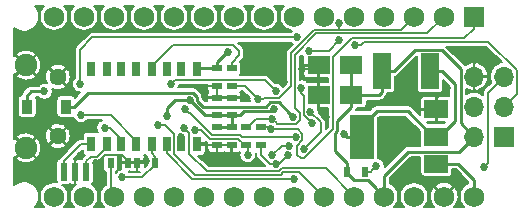
<source format=gbr>
G04 #@! TF.FileFunction,Copper,L2,Bot,Signal*
%FSLAX46Y46*%
G04 Gerber Fmt 4.6, Leading zero omitted, Abs format (unit mm)*
G04 Created by KiCad (PCBNEW 4.0.7) date 05/30/18 02:56:49*
%MOMM*%
%LPD*%
G01*
G04 APERTURE LIST*
%ADD10C,0.100000*%
%ADD11C,1.450000*%
%ADD12C,1.900000*%
%ADD13R,0.600000X0.900000*%
%ADD14R,0.900000X0.600000*%
%ADD15R,1.950000X1.500000*%
%ADD16R,0.900000X1.200000*%
%ADD17R,1.524000X3.048000*%
%ADD18R,1.700000X1.700000*%
%ADD19O,1.700000X1.700000*%
%ADD20R,2.000000X3.800000*%
%ADD21R,2.000000X1.500000*%
%ADD22R,0.800000X1.300000*%
%ADD23R,0.600000X1.500000*%
%ADD24C,1.727200*%
%ADD25R,1.727200X1.727200*%
%ADD26C,0.685800*%
%ADD27C,0.152400*%
%ADD28C,0.254000*%
%ADD29C,0.203200*%
G04 APERTURE END LIST*
D10*
D11*
X4128000Y-6390000D03*
X4128000Y-11390000D03*
D12*
X1428000Y-5390000D03*
X1428000Y-12390000D03*
D13*
X12350000Y-13650000D03*
X10850000Y-13650000D03*
D14*
X18850000Y-10650000D03*
X18850000Y-12150000D03*
X17600000Y-9650000D03*
X17600000Y-8150000D03*
X17600000Y-10650000D03*
X17600000Y-12150000D03*
X18850000Y-9650000D03*
X18850000Y-8150000D03*
X18850000Y-7150000D03*
X18850000Y-5650000D03*
X17600000Y-5650000D03*
X17600000Y-7150000D03*
D15*
X28975000Y-7900000D03*
X26225000Y-7900000D03*
X28975000Y-5400000D03*
X26225000Y-5400000D03*
D13*
X8600000Y-13650000D03*
X10100000Y-13650000D03*
D16*
X4825000Y-8890000D03*
X1525000Y-8890000D03*
D17*
X35632000Y-5900000D03*
X31568000Y-5900000D03*
D18*
X41910000Y-11430000D03*
D19*
X39370000Y-11430000D03*
X41910000Y-8890000D03*
X39370000Y-8890000D03*
X41910000Y-6350000D03*
X39370000Y-6350000D03*
D14*
X20100000Y-12150000D03*
X20100000Y-10650000D03*
X21350000Y-12150000D03*
X21350000Y-10650000D03*
D13*
X28600000Y-14400000D03*
X30100000Y-14400000D03*
D20*
X29870000Y-11430000D03*
D21*
X36170000Y-11430000D03*
X36170000Y-13730000D03*
X36170000Y-9130000D03*
D22*
X15880000Y-12040000D03*
X14600000Y-12040000D03*
X13340000Y-12040000D03*
X12070000Y-12040000D03*
X10790000Y-12040000D03*
X9520000Y-12040000D03*
X8260000Y-12040000D03*
X6980000Y-12040000D03*
X6980000Y-5740000D03*
X8260000Y-5740000D03*
X9520000Y-5740000D03*
X10790000Y-5740000D03*
X12070000Y-5740000D03*
X13340000Y-5740000D03*
X14600000Y-5740000D03*
X15880000Y-5740000D03*
D23*
X6550000Y-14400000D03*
X5600000Y-14400000D03*
X4650000Y-14400000D03*
D24*
X39370000Y-16510000D03*
X36830000Y-16510000D03*
X34290000Y-16510000D03*
X31750000Y-16510000D03*
X29210000Y-16510000D03*
X26670000Y-16510000D03*
X24130000Y-16510000D03*
X21590000Y-16510000D03*
X19050000Y-16510000D03*
X16510000Y-16510000D03*
X13970000Y-16510000D03*
X11430000Y-16510000D03*
X8890000Y-16510000D03*
X6350000Y-16510000D03*
X3810000Y-16510000D03*
X3810000Y-1270000D03*
X6350000Y-1270000D03*
X8890000Y-1270000D03*
X11430000Y-1270000D03*
X13970000Y-1270000D03*
X16510000Y-1270000D03*
X19050000Y-1270000D03*
X21590000Y-1270000D03*
X24130000Y-1270000D03*
X26670000Y-1270000D03*
X29210000Y-1270000D03*
X31750000Y-1270000D03*
X34290000Y-1270000D03*
X36830000Y-1270000D03*
D25*
X39370000Y-1270000D03*
D26*
X9600002Y-14900000D03*
X7400000Y-13700000D03*
X6000000Y-13100000D03*
X11554698Y-13500000D03*
X26800000Y-9800000D03*
X32100000Y-13300000D03*
X32300000Y-11300000D03*
X32300000Y-8300000D03*
X24800000Y-5700000D03*
X23300000Y-6800000D03*
X37100000Y-7300000D03*
X36170000Y-9130000D03*
X15880000Y-12040000D03*
X16600000Y-8100000D03*
X20100000Y-5800000D03*
X22500000Y-4300000D03*
X18500000Y-4271510D03*
X22418030Y-9139070D03*
X15880000Y-5740000D03*
X15298706Y-8377698D03*
X13399240Y-9676317D03*
X31100000Y-13950111D03*
X27965268Y-1815213D03*
X40200000Y-14000000D03*
X21055346Y-8267690D03*
X24071510Y-9744185D03*
X28400000Y-11200000D03*
X3000018Y-7600000D03*
X22593721Y-13793155D03*
X23637536Y-13035882D03*
X24948557Y-12489040D03*
X25519333Y-9355470D03*
X24100000Y-15000000D03*
X15752528Y-10876637D03*
X14540103Y-11498120D03*
X20200000Y-13000000D03*
X22300000Y-13000000D03*
X23700000Y-12200000D03*
X29300000Y-3700002D03*
X6000000Y-7000000D03*
X24403138Y-3041082D03*
X25374662Y-4154688D03*
X27965312Y-3276341D03*
X8100000Y-10700000D03*
X6100000Y-9600000D03*
X24273029Y-11472371D03*
X14893621Y-9111528D03*
X22605370Y-7589648D03*
X25630888Y-10322650D03*
X24754688Y-7299999D03*
X13700000Y-7000000D03*
X22304288Y-9969529D03*
X22199849Y-10801209D03*
X12652068Y-10466905D03*
X14802039Y-10701886D03*
D27*
X12350000Y-13122400D02*
X12350000Y-13650000D01*
X12070000Y-12842400D02*
X12350000Y-13122400D01*
X12070000Y-12040000D02*
X12070000Y-12842400D01*
X10084935Y-14900000D02*
X9600002Y-14900000D01*
X11250000Y-14900000D02*
X10084935Y-14900000D01*
X12350000Y-13800000D02*
X11250000Y-14900000D01*
X12350000Y-13650000D02*
X12350000Y-13800000D01*
X8128601Y-12971399D02*
X7400000Y-13700000D01*
X10100000Y-13650000D02*
X10100000Y-13500000D01*
X10100000Y-13500000D02*
X9571399Y-12971399D01*
X9571399Y-12971399D02*
X8128601Y-12971399D01*
X5600000Y-14400000D02*
X5600000Y-13500000D01*
X5600000Y-13500000D02*
X6000000Y-13100000D01*
X11554698Y-13500000D02*
X11000000Y-13500000D01*
X11000000Y-13500000D02*
X10850000Y-13650000D01*
X26800000Y-9800000D02*
X26225000Y-9225000D01*
X26225000Y-9225000D02*
X26225000Y-7900000D01*
X32300000Y-11300000D02*
X32300000Y-13100000D01*
X32300000Y-13100000D02*
X32100000Y-13300000D01*
X36170000Y-9130000D02*
X36170000Y-8227600D01*
X36170000Y-8227600D02*
X37097600Y-7300000D01*
X37097600Y-7300000D02*
X37100000Y-7300000D01*
X34342899Y-8642899D02*
X34830000Y-9130000D01*
X34830000Y-9130000D02*
X36170000Y-9130000D01*
X32300000Y-8300000D02*
X32642899Y-8642899D01*
X32642899Y-8642899D02*
X34342899Y-8642899D01*
X26225000Y-5400000D02*
X26225000Y-7900000D01*
X22500000Y-4300000D02*
X23300000Y-5100000D01*
X23300000Y-5100000D02*
X23300000Y-6800000D01*
X24800000Y-5700000D02*
X25925000Y-5700000D01*
X25925000Y-5700000D02*
X26225000Y-5400000D01*
X17600000Y-12150000D02*
X15990000Y-12150000D01*
X15990000Y-12150000D02*
X15880000Y-12040000D01*
X17600000Y-8150000D02*
X16650000Y-8150000D01*
X16650000Y-8150000D02*
X16600000Y-8100000D01*
X22500000Y-4300000D02*
X21000000Y-5800000D01*
X21000000Y-5800000D02*
X20100000Y-5800000D01*
D28*
X18424490Y-4271510D02*
X18500000Y-4271510D01*
X17600000Y-5096000D02*
X18424490Y-4271510D01*
X17600000Y-5650000D02*
X17600000Y-5096000D01*
X31568000Y-5900000D02*
X31568000Y-7678000D01*
X31568000Y-7678000D02*
X31346000Y-7900000D01*
X31346000Y-7900000D02*
X30204000Y-7900000D01*
X30204000Y-7900000D02*
X28975000Y-7900000D01*
X34387401Y-4096599D02*
X32584000Y-5900000D01*
X38240599Y-5719677D02*
X36617521Y-4096599D01*
X36617521Y-4096599D02*
X34387401Y-4096599D01*
X39370000Y-11430000D02*
X38240599Y-10300599D01*
X38240599Y-10300599D02*
X38240599Y-5719677D01*
X32584000Y-5900000D02*
X31568000Y-5900000D01*
X19554000Y-9650000D02*
X19904000Y-9300000D01*
X19904000Y-9300000D02*
X22257100Y-9300000D01*
X22257100Y-9300000D02*
X22418030Y-9139070D01*
X18850000Y-9650000D02*
X19554000Y-9650000D01*
X17600000Y-9650000D02*
X16571008Y-9650000D01*
X16571008Y-9650000D02*
X15298706Y-8377698D01*
X13399240Y-9000760D02*
X13399240Y-9676317D01*
X15298706Y-8377698D02*
X14022302Y-8377698D01*
X14022302Y-8377698D02*
X13399240Y-9000760D01*
X17600000Y-5650000D02*
X15970000Y-5650000D01*
X15970000Y-5650000D02*
X15880000Y-5740000D01*
X39370000Y-11430000D02*
X38100000Y-12700000D01*
X38100000Y-12700000D02*
X33800000Y-12700000D01*
X31750000Y-14750000D02*
X31750000Y-16510000D01*
X33800000Y-12700000D02*
X31750000Y-14750000D01*
X28600000Y-13696000D02*
X28600000Y-14400000D01*
X27577699Y-11171034D02*
X27577699Y-12673699D01*
X27577699Y-12673699D02*
X28600000Y-13696000D01*
X27784212Y-10964521D02*
X27577699Y-11171034D01*
X27784212Y-10094788D02*
X27784212Y-10964521D01*
X28975000Y-8904000D02*
X27784212Y-10094788D01*
X28975000Y-7900000D02*
X28975000Y-8904000D01*
X17600000Y-9650000D02*
X18850000Y-9650000D01*
X18850000Y-10650000D02*
X18850000Y-9650000D01*
X17600000Y-10650000D02*
X18850000Y-10650000D01*
X28975000Y-7900000D02*
X28975000Y-5400000D01*
X28600000Y-14400000D02*
X28600000Y-14550000D01*
X28600000Y-14550000D02*
X29179401Y-15129401D01*
X29179401Y-15129401D02*
X30369401Y-15129401D01*
X30369401Y-15129401D02*
X30886401Y-15646401D01*
X30886401Y-15646401D02*
X31750000Y-16510000D01*
D27*
X34290000Y-1270000D02*
X33160000Y-2400000D01*
X33160000Y-2400000D02*
X28000000Y-2400000D01*
X25852469Y-2400000D02*
X23871502Y-4380967D01*
X21540279Y-8267690D02*
X21055346Y-8267690D01*
X21646820Y-8161149D02*
X21540279Y-8267690D01*
X23871502Y-4380967D02*
X23871502Y-7169338D01*
X28000000Y-2400000D02*
X25852469Y-2400000D01*
X23871502Y-7169338D02*
X22879691Y-8161149D01*
X22879691Y-8161149D02*
X21646820Y-8161149D01*
X30757101Y-14293010D02*
X31100000Y-13950111D01*
X30650111Y-14400000D02*
X30757101Y-14293010D01*
X30100000Y-14400000D02*
X30650111Y-14400000D01*
X27965268Y-1815213D02*
X27965268Y-2365268D01*
X27965268Y-2365268D02*
X28000000Y-2400000D01*
X40200000Y-14000000D02*
X40542899Y-13657101D01*
X40542899Y-13657101D02*
X40542899Y-7717101D01*
X40542899Y-7717101D02*
X41060001Y-7199999D01*
X41060001Y-7199999D02*
X41910000Y-6350000D01*
X18850000Y-7150000D02*
X19937656Y-7150000D01*
X19937656Y-7150000D02*
X20712447Y-7924791D01*
X20712447Y-7924791D02*
X21055346Y-8267690D01*
X19000000Y-3700000D02*
X13860000Y-3700000D01*
X13860000Y-3700000D02*
X12070000Y-5490000D01*
X12070000Y-5490000D02*
X12070000Y-5740000D01*
X19500000Y-4200000D02*
X19000000Y-3700000D01*
X19500000Y-4547600D02*
X19500000Y-4200000D01*
X18850000Y-5650000D02*
X18850000Y-5197600D01*
X18850000Y-5197600D02*
X19500000Y-4547600D01*
X8600000Y-13650000D02*
X8600000Y-16220000D01*
X8600000Y-16220000D02*
X8890000Y-16510000D01*
D28*
X29870000Y-10530000D02*
X29870000Y-11430000D01*
X31124000Y-9276000D02*
X29870000Y-10530000D01*
X33766000Y-9276000D02*
X31124000Y-9276000D01*
X35920000Y-11430000D02*
X33766000Y-9276000D01*
X36170000Y-11430000D02*
X35920000Y-11430000D01*
X36420000Y-11430000D02*
X36170000Y-11430000D01*
X37722301Y-10127699D02*
X36420000Y-11430000D01*
X37722301Y-6974301D02*
X37722301Y-10127699D01*
X36648000Y-5900000D02*
X37722301Y-6974301D01*
X35632000Y-5900000D02*
X36648000Y-5900000D01*
X23728611Y-9401286D02*
X24071510Y-9744185D01*
X6663603Y-7755397D02*
X15597411Y-7755397D01*
X16385759Y-8890000D02*
X21738225Y-8890000D01*
X15921007Y-8078993D02*
X15921007Y-8425248D01*
X21738225Y-8890000D02*
X22111465Y-8516760D01*
X15597411Y-7755397D02*
X15921007Y-8078993D01*
X15921007Y-8425248D02*
X16385759Y-8890000D01*
X4825000Y-8890000D02*
X5529000Y-8890000D01*
X5529000Y-8890000D02*
X6663603Y-7755397D01*
X22111465Y-8516760D02*
X22844085Y-8516760D01*
X22844085Y-8516760D02*
X23728611Y-9401286D01*
X28400000Y-11214000D02*
X28400000Y-11200000D01*
X29870000Y-11430000D02*
X28616000Y-11430000D01*
X28616000Y-11430000D02*
X28400000Y-11214000D01*
X1525000Y-8890000D02*
X1525000Y-7975000D01*
X1525000Y-7975000D02*
X1900000Y-7600000D01*
X1900000Y-7600000D02*
X3000018Y-7600000D01*
D27*
X21350000Y-12150000D02*
X21350000Y-13034367D01*
X21350000Y-13034367D02*
X22108788Y-13793155D01*
X22108788Y-13793155D02*
X22593721Y-13793155D01*
X22880263Y-13793155D02*
X22593721Y-13793155D01*
X23637536Y-13035882D02*
X22880263Y-13793155D01*
X26400000Y-11037597D02*
X25291456Y-12146141D01*
X25291456Y-12146141D02*
X24948557Y-12489040D01*
X25519333Y-9355470D02*
X26400000Y-10236137D01*
X26400000Y-10236137D02*
X26400000Y-11037597D01*
X13340000Y-12040000D02*
X13340000Y-12842400D01*
X13340000Y-12842400D02*
X15497600Y-15000000D01*
X15497600Y-15000000D02*
X24100000Y-15000000D01*
X19950000Y-12150000D02*
X19421399Y-11621399D01*
X16237461Y-10876637D02*
X15752528Y-10876637D01*
X19421399Y-11621399D02*
X16993749Y-11621399D01*
X16993749Y-11621399D02*
X16248987Y-10876637D01*
X20100000Y-12150000D02*
X19950000Y-12150000D01*
X16248987Y-10876637D02*
X16237461Y-10876637D01*
X14540103Y-11983053D02*
X14540103Y-11498120D01*
X14597050Y-12040000D02*
X14540103Y-11983053D01*
X14600000Y-12040000D02*
X14597050Y-12040000D01*
X20200000Y-13000000D02*
X20200000Y-12250000D01*
X20200000Y-12250000D02*
X20100000Y-12150000D01*
X23700000Y-12200000D02*
X23100000Y-12200000D01*
X23100000Y-12200000D02*
X22300000Y-13000000D01*
X42988601Y-7811399D02*
X42988601Y-5832271D01*
X30084935Y-3400000D02*
X29784933Y-3700002D01*
X29784933Y-3700002D02*
X29300000Y-3700002D01*
X41910000Y-8890000D02*
X42988601Y-7811399D01*
X42988601Y-5832271D02*
X40556330Y-3400000D01*
X40556330Y-3400000D02*
X30084935Y-3400000D01*
X7058918Y-3041082D02*
X6000000Y-4100000D01*
X6000000Y-4100000D02*
X6000000Y-7000000D01*
X24403138Y-3041082D02*
X7058918Y-3041082D01*
X27086965Y-4154688D02*
X25859595Y-4154688D01*
X27965312Y-3276341D02*
X27086965Y-4154688D01*
X25859595Y-4154688D02*
X25374662Y-4154688D01*
X8100000Y-10700000D02*
X8584933Y-10700000D01*
X8584933Y-10700000D02*
X9520000Y-11635067D01*
X9520000Y-11635067D02*
X9520000Y-12040000D01*
X10790000Y-11790000D02*
X10790000Y-12040000D01*
X8600000Y-9600000D02*
X10790000Y-11790000D01*
X6100000Y-9600000D02*
X8600000Y-9600000D01*
X17182646Y-11316588D02*
X19547655Y-11316588D01*
X19547655Y-11316588D02*
X19703438Y-11472371D01*
X15236520Y-9454427D02*
X15320485Y-9454427D01*
X14893621Y-9111528D02*
X15236520Y-9454427D01*
X23788096Y-11472371D02*
X24273029Y-11472371D01*
X19703438Y-11472371D02*
X23788096Y-11472371D01*
X15320485Y-9454427D02*
X17182646Y-11316588D01*
X13700000Y-7000000D02*
X14078601Y-6621399D01*
X22262471Y-7246749D02*
X22605370Y-7589648D01*
X21637121Y-6621399D02*
X22262471Y-7246749D01*
X14078601Y-6621399D02*
X21637121Y-6621399D01*
X24947823Y-9639585D02*
X25287989Y-9979751D01*
X24947823Y-7978067D02*
X24947823Y-9639585D01*
X25287989Y-9979751D02*
X25630888Y-10322650D01*
X24754688Y-7299999D02*
X24754688Y-7784932D01*
X24754688Y-7784932D02*
X24947823Y-7978067D01*
X24643012Y-9469863D02*
X24643012Y-10018507D01*
X24311878Y-10349641D02*
X22684400Y-10349641D01*
X24176313Y-9003164D02*
X24643012Y-9469863D01*
X22684400Y-10349641D02*
X22647187Y-10312428D01*
X24176313Y-4507239D02*
X24176313Y-9003164D01*
X24643012Y-10018507D02*
X24311878Y-10349641D01*
X25978741Y-2704811D02*
X24176313Y-4507239D01*
X35395189Y-2704811D02*
X25978741Y-2704811D01*
X22647187Y-10312428D02*
X22304288Y-9969529D01*
X36830000Y-1270000D02*
X35395189Y-2704811D01*
X20250000Y-10650000D02*
X20930471Y-9969529D01*
X20100000Y-10650000D02*
X20250000Y-10650000D01*
X20930471Y-9969529D02*
X21819355Y-9969529D01*
X21819355Y-9969529D02*
X22304288Y-9969529D01*
X39370000Y-2286000D02*
X39370000Y-1270000D01*
X27428601Y-10817223D02*
X27428601Y-4693542D01*
X24377007Y-12214215D02*
X24377007Y-12956000D01*
X24447689Y-10801209D02*
X24844530Y-11198050D01*
X24377007Y-12956000D02*
X24692509Y-13271502D01*
X24974322Y-13271502D02*
X27428601Y-10817223D01*
X24844530Y-11746692D02*
X24377007Y-12214215D01*
X22199849Y-10801209D02*
X24447689Y-10801209D01*
X38560811Y-3095189D02*
X39370000Y-2286000D01*
X24692509Y-13271502D02*
X24974322Y-13271502D01*
X29026954Y-3095189D02*
X38560811Y-3095189D01*
X27428601Y-4693542D02*
X29026954Y-3095189D01*
X24844530Y-11198050D02*
X24844530Y-11746692D01*
X22048640Y-10650000D02*
X22199849Y-10801209D01*
X21350000Y-10650000D02*
X22048640Y-10650000D01*
D28*
X39370000Y-16510000D02*
X39370000Y-15070000D01*
X39370000Y-15070000D02*
X38030000Y-13730000D01*
X38030000Y-13730000D02*
X36170000Y-13730000D01*
D27*
X8260000Y-12290000D02*
X8260000Y-12040000D01*
X7421502Y-13128498D02*
X8260000Y-12290000D01*
X6550000Y-13497600D02*
X6919102Y-13128498D01*
X6919102Y-13128498D02*
X7421502Y-13128498D01*
X6550000Y-14400000D02*
X6550000Y-13497600D01*
X4650000Y-14400000D02*
X4650000Y-13497600D01*
X4650000Y-13497600D02*
X6107600Y-12040000D01*
X6107600Y-12040000D02*
X6427600Y-12040000D01*
X6427600Y-12040000D02*
X6980000Y-12040000D01*
X24588498Y-14428498D02*
X23235269Y-14428498D01*
X23235269Y-14428498D02*
X22994299Y-14669468D01*
X22994299Y-14669468D02*
X15767986Y-14669468D01*
X15767986Y-14669468D02*
X13968601Y-12870083D01*
X13968601Y-12870083D02*
X13968601Y-11207119D01*
X13228387Y-10466905D02*
X13137001Y-10466905D01*
X13137001Y-10466905D02*
X12652068Y-10466905D01*
X13968601Y-11207119D02*
X13228387Y-10466905D01*
X26670000Y-16510000D02*
X24588498Y-14428498D01*
X16743176Y-14364657D02*
X15251399Y-12872880D01*
X22868043Y-14364657D02*
X16743176Y-14364657D01*
X26823687Y-14123687D02*
X23109013Y-14123687D01*
X29210000Y-16510000D02*
X26823687Y-14123687D01*
X23109013Y-14123687D02*
X22868043Y-14364657D01*
X15251399Y-12872880D02*
X15251399Y-11151399D01*
X15251399Y-11151399D02*
X15200000Y-11100000D01*
X15200000Y-11099847D02*
X14802039Y-10701886D01*
X15200000Y-11100000D02*
X15200000Y-11099847D01*
D29*
G36*
X2862986Y-492805D02*
X2729559Y-692492D01*
X2637653Y-914373D01*
X2590800Y-1149919D01*
X2590800Y-1390081D01*
X2637653Y-1625627D01*
X2729559Y-1847508D01*
X2862986Y-2047195D01*
X3032805Y-2217014D01*
X3232492Y-2350441D01*
X3454373Y-2442347D01*
X3689919Y-2489200D01*
X3930081Y-2489200D01*
X4165627Y-2442347D01*
X4387508Y-2350441D01*
X4587195Y-2217014D01*
X4757014Y-2047195D01*
X4890441Y-1847508D01*
X4982347Y-1625627D01*
X5029200Y-1390081D01*
X5029200Y-1149919D01*
X4982347Y-914373D01*
X4890441Y-692492D01*
X4757014Y-492805D01*
X4669809Y-405600D01*
X5490191Y-405600D01*
X5402986Y-492805D01*
X5269559Y-692492D01*
X5177653Y-914373D01*
X5130800Y-1149919D01*
X5130800Y-1390081D01*
X5177653Y-1625627D01*
X5269559Y-1847508D01*
X5402986Y-2047195D01*
X5572805Y-2217014D01*
X5772492Y-2350441D01*
X5994373Y-2442347D01*
X6229919Y-2489200D01*
X6470081Y-2489200D01*
X6705627Y-2442347D01*
X6927508Y-2350441D01*
X7127195Y-2217014D01*
X7297014Y-2047195D01*
X7430441Y-1847508D01*
X7522347Y-1625627D01*
X7569200Y-1390081D01*
X7569200Y-1149919D01*
X7522347Y-914373D01*
X7430441Y-692492D01*
X7297014Y-492805D01*
X7209809Y-405600D01*
X8030191Y-405600D01*
X7942986Y-492805D01*
X7809559Y-692492D01*
X7717653Y-914373D01*
X7670800Y-1149919D01*
X7670800Y-1390081D01*
X7717653Y-1625627D01*
X7809559Y-1847508D01*
X7942986Y-2047195D01*
X8112805Y-2217014D01*
X8312492Y-2350441D01*
X8534373Y-2442347D01*
X8769919Y-2489200D01*
X9010081Y-2489200D01*
X9245627Y-2442347D01*
X9467508Y-2350441D01*
X9667195Y-2217014D01*
X9837014Y-2047195D01*
X9970441Y-1847508D01*
X10062347Y-1625627D01*
X10109200Y-1390081D01*
X10109200Y-1149919D01*
X10062347Y-914373D01*
X9970441Y-692492D01*
X9837014Y-492805D01*
X9749809Y-405600D01*
X10570191Y-405600D01*
X10482986Y-492805D01*
X10349559Y-692492D01*
X10257653Y-914373D01*
X10210800Y-1149919D01*
X10210800Y-1390081D01*
X10257653Y-1625627D01*
X10349559Y-1847508D01*
X10482986Y-2047195D01*
X10652805Y-2217014D01*
X10852492Y-2350441D01*
X11074373Y-2442347D01*
X11309919Y-2489200D01*
X11550081Y-2489200D01*
X11785627Y-2442347D01*
X12007508Y-2350441D01*
X12207195Y-2217014D01*
X12377014Y-2047195D01*
X12510441Y-1847508D01*
X12602347Y-1625627D01*
X12649200Y-1390081D01*
X12649200Y-1149919D01*
X12602347Y-914373D01*
X12510441Y-692492D01*
X12377014Y-492805D01*
X12289809Y-405600D01*
X13110191Y-405600D01*
X13022986Y-492805D01*
X12889559Y-692492D01*
X12797653Y-914373D01*
X12750800Y-1149919D01*
X12750800Y-1390081D01*
X12797653Y-1625627D01*
X12889559Y-1847508D01*
X13022986Y-2047195D01*
X13192805Y-2217014D01*
X13392492Y-2350441D01*
X13614373Y-2442347D01*
X13849919Y-2489200D01*
X14090081Y-2489200D01*
X14325627Y-2442347D01*
X14547508Y-2350441D01*
X14747195Y-2217014D01*
X14917014Y-2047195D01*
X15050441Y-1847508D01*
X15142347Y-1625627D01*
X15189200Y-1390081D01*
X15189200Y-1149919D01*
X15142347Y-914373D01*
X15050441Y-692492D01*
X14917014Y-492805D01*
X14829809Y-405600D01*
X15650191Y-405600D01*
X15562986Y-492805D01*
X15429559Y-692492D01*
X15337653Y-914373D01*
X15290800Y-1149919D01*
X15290800Y-1390081D01*
X15337653Y-1625627D01*
X15429559Y-1847508D01*
X15562986Y-2047195D01*
X15732805Y-2217014D01*
X15932492Y-2350441D01*
X16154373Y-2442347D01*
X16389919Y-2489200D01*
X16630081Y-2489200D01*
X16865627Y-2442347D01*
X17087508Y-2350441D01*
X17287195Y-2217014D01*
X17457014Y-2047195D01*
X17590441Y-1847508D01*
X17682347Y-1625627D01*
X17729200Y-1390081D01*
X17729200Y-1149919D01*
X17682347Y-914373D01*
X17590441Y-692492D01*
X17457014Y-492805D01*
X17369809Y-405600D01*
X18190191Y-405600D01*
X18102986Y-492805D01*
X17969559Y-692492D01*
X17877653Y-914373D01*
X17830800Y-1149919D01*
X17830800Y-1390081D01*
X17877653Y-1625627D01*
X17969559Y-1847508D01*
X18102986Y-2047195D01*
X18272805Y-2217014D01*
X18472492Y-2350441D01*
X18694373Y-2442347D01*
X18929919Y-2489200D01*
X19170081Y-2489200D01*
X19405627Y-2442347D01*
X19627508Y-2350441D01*
X19827195Y-2217014D01*
X19997014Y-2047195D01*
X20130441Y-1847508D01*
X20222347Y-1625627D01*
X20269200Y-1390081D01*
X20269200Y-1149919D01*
X20222347Y-914373D01*
X20130441Y-692492D01*
X19997014Y-492805D01*
X19909809Y-405600D01*
X20730191Y-405600D01*
X20642986Y-492805D01*
X20509559Y-692492D01*
X20417653Y-914373D01*
X20370800Y-1149919D01*
X20370800Y-1390081D01*
X20417653Y-1625627D01*
X20509559Y-1847508D01*
X20642986Y-2047195D01*
X20812805Y-2217014D01*
X21012492Y-2350441D01*
X21234373Y-2442347D01*
X21469919Y-2489200D01*
X21710081Y-2489200D01*
X21945627Y-2442347D01*
X22167508Y-2350441D01*
X22367195Y-2217014D01*
X22537014Y-2047195D01*
X22670441Y-1847508D01*
X22762347Y-1625627D01*
X22809200Y-1390081D01*
X22809200Y-1149919D01*
X22762347Y-914373D01*
X22670441Y-692492D01*
X22537014Y-492805D01*
X22449809Y-405600D01*
X23270191Y-405600D01*
X23182986Y-492805D01*
X23049559Y-692492D01*
X22957653Y-914373D01*
X22910800Y-1149919D01*
X22910800Y-1390081D01*
X22957653Y-1625627D01*
X23049559Y-1847508D01*
X23182986Y-2047195D01*
X23352805Y-2217014D01*
X23552492Y-2350441D01*
X23774373Y-2442347D01*
X23980560Y-2483360D01*
X23957870Y-2498521D01*
X23860577Y-2595814D01*
X23851578Y-2609282D01*
X7080127Y-2609282D01*
X7058917Y-2607193D01*
X6974270Y-2615530D01*
X6892876Y-2640221D01*
X6817862Y-2680316D01*
X6752112Y-2734276D01*
X6738592Y-2750750D01*
X5709679Y-3779665D01*
X5693194Y-3793194D01*
X5639234Y-3858945D01*
X5599139Y-3933959D01*
X5577040Y-4006808D01*
X5574448Y-4015353D01*
X5566111Y-4100000D01*
X5568200Y-4121210D01*
X5568201Y-6448439D01*
X5554732Y-6457439D01*
X5457439Y-6554732D01*
X5380997Y-6669136D01*
X5328343Y-6796255D01*
X5301500Y-6931204D01*
X5301500Y-7068796D01*
X5328343Y-7203745D01*
X5380997Y-7330864D01*
X5457439Y-7445268D01*
X5554732Y-7542561D01*
X5669136Y-7619003D01*
X5796255Y-7671657D01*
X5931204Y-7698500D01*
X6038000Y-7698500D01*
X5597499Y-8139001D01*
X5572101Y-8091484D01*
X5527663Y-8037337D01*
X5473516Y-7992899D01*
X5411740Y-7959879D01*
X5344710Y-7939546D01*
X5275000Y-7932680D01*
X4375000Y-7932680D01*
X4305290Y-7939546D01*
X4238260Y-7959879D01*
X4176484Y-7992899D01*
X4122337Y-8037337D01*
X4077899Y-8091484D01*
X4044879Y-8153260D01*
X4024546Y-8220290D01*
X4017680Y-8290000D01*
X4017680Y-9490000D01*
X4024546Y-9559710D01*
X4044879Y-9626740D01*
X4077899Y-9688516D01*
X4122337Y-9742663D01*
X4176484Y-9787101D01*
X4238260Y-9820121D01*
X4305290Y-9840454D01*
X4375000Y-9847320D01*
X5275000Y-9847320D01*
X5344710Y-9840454D01*
X5411740Y-9820121D01*
X5430887Y-9809887D01*
X5480997Y-9930864D01*
X5557439Y-10045268D01*
X5654732Y-10142561D01*
X5769136Y-10219003D01*
X5896255Y-10271657D01*
X6031204Y-10298500D01*
X6168796Y-10298500D01*
X6303745Y-10271657D01*
X6430864Y-10219003D01*
X6545268Y-10142561D01*
X6642561Y-10045268D01*
X6651560Y-10031800D01*
X7887909Y-10031800D01*
X7769136Y-10080997D01*
X7654732Y-10157439D01*
X7557439Y-10254732D01*
X7480997Y-10369136D01*
X7428343Y-10496255D01*
X7401500Y-10631204D01*
X7401500Y-10768796D01*
X7428343Y-10903745D01*
X7480997Y-11030864D01*
X7496226Y-11053656D01*
X7449710Y-11039546D01*
X7380000Y-11032680D01*
X6580000Y-11032680D01*
X6510290Y-11039546D01*
X6443260Y-11059879D01*
X6381484Y-11092899D01*
X6327337Y-11137337D01*
X6282899Y-11191484D01*
X6249879Y-11253260D01*
X6229546Y-11320290D01*
X6222680Y-11390000D01*
X6222680Y-11608200D01*
X6128810Y-11608200D01*
X6107600Y-11606111D01*
X6086390Y-11608200D01*
X6022952Y-11614448D01*
X5941558Y-11639139D01*
X5866544Y-11679234D01*
X5800794Y-11733194D01*
X5787270Y-11749673D01*
X4359674Y-13177270D01*
X4343195Y-13190794D01*
X4289235Y-13256544D01*
X4263534Y-13304629D01*
X4213260Y-13319879D01*
X4151484Y-13352899D01*
X4097337Y-13397337D01*
X4052899Y-13451484D01*
X4019879Y-13513260D01*
X3999546Y-13580290D01*
X3992680Y-13650000D01*
X3992680Y-15150000D01*
X3999546Y-15219710D01*
X4019879Y-15286740D01*
X4032991Y-15311270D01*
X3930081Y-15290800D01*
X3689919Y-15290800D01*
X3454373Y-15337653D01*
X3232492Y-15429559D01*
X3032805Y-15562986D01*
X2862986Y-15732805D01*
X2729559Y-15932492D01*
X2637653Y-16154373D01*
X2590800Y-16389919D01*
X2590800Y-16630081D01*
X2637653Y-16865627D01*
X2729559Y-17087508D01*
X2862986Y-17287195D01*
X2950191Y-17374400D01*
X2216642Y-17374400D01*
X2264707Y-17326335D01*
X2404853Y-17116591D01*
X2501387Y-16883537D01*
X2550600Y-16636128D01*
X2550600Y-16383872D01*
X2501387Y-16136463D01*
X2404853Y-15903409D01*
X2264707Y-15693665D01*
X2086335Y-15515293D01*
X1876591Y-15375147D01*
X1643537Y-15278613D01*
X1396128Y-15229400D01*
X1143872Y-15229400D01*
X896463Y-15278613D01*
X663409Y-15375147D01*
X453665Y-15515293D01*
X405600Y-15563358D01*
X405600Y-13272577D01*
X581344Y-13272577D01*
X677568Y-13466094D01*
X901923Y-13591819D01*
X1146495Y-13671360D01*
X1401885Y-13701658D01*
X1658279Y-13681550D01*
X1905822Y-13611808D01*
X2135004Y-13495112D01*
X2178432Y-13466094D01*
X2274656Y-13272577D01*
X1428000Y-12425921D01*
X581344Y-13272577D01*
X405600Y-13272577D01*
X405600Y-13167131D01*
X545423Y-13236656D01*
X1392079Y-12390000D01*
X1463921Y-12390000D01*
X2310577Y-13236656D01*
X2504094Y-13140432D01*
X2629819Y-12916077D01*
X2709360Y-12671505D01*
X2739658Y-12416115D01*
X2719550Y-12159721D01*
X2706294Y-12112667D01*
X3441254Y-12112667D01*
X3510489Y-12283144D01*
X3696598Y-12386452D01*
X3899286Y-12451468D01*
X4110764Y-12475692D01*
X4322903Y-12458194D01*
X4527552Y-12399645D01*
X4716847Y-12302296D01*
X4745511Y-12283144D01*
X4814746Y-12112667D01*
X4128000Y-11425921D01*
X3441254Y-12112667D01*
X2706294Y-12112667D01*
X2649808Y-11912178D01*
X2533112Y-11682996D01*
X2504094Y-11639568D01*
X2310577Y-11543344D01*
X1463921Y-12390000D01*
X1392079Y-12390000D01*
X545423Y-11543344D01*
X405600Y-11612869D01*
X405600Y-11507423D01*
X581344Y-11507423D01*
X1428000Y-12354079D01*
X2274656Y-11507423D01*
X2207699Y-11372764D01*
X3042308Y-11372764D01*
X3059806Y-11584903D01*
X3118355Y-11789552D01*
X3215704Y-11978847D01*
X3234856Y-12007511D01*
X3405333Y-12076746D01*
X4092079Y-11390000D01*
X4163921Y-11390000D01*
X4850667Y-12076746D01*
X5021144Y-12007511D01*
X5124452Y-11821402D01*
X5189468Y-11618714D01*
X5213692Y-11407236D01*
X5196194Y-11195097D01*
X5137645Y-10990448D01*
X5040296Y-10801153D01*
X5021144Y-10772489D01*
X4850667Y-10703254D01*
X4163921Y-11390000D01*
X4092079Y-11390000D01*
X3405333Y-10703254D01*
X3234856Y-10772489D01*
X3131548Y-10958598D01*
X3066532Y-11161286D01*
X3042308Y-11372764D01*
X2207699Y-11372764D01*
X2178432Y-11313906D01*
X1954077Y-11188181D01*
X1709505Y-11108640D01*
X1454115Y-11078342D01*
X1197721Y-11098450D01*
X950178Y-11168192D01*
X720996Y-11284888D01*
X677568Y-11313906D01*
X581344Y-11507423D01*
X405600Y-11507423D01*
X405600Y-10667333D01*
X3441254Y-10667333D01*
X4128000Y-11354079D01*
X4814746Y-10667333D01*
X4745511Y-10496856D01*
X4559402Y-10393548D01*
X4356714Y-10328532D01*
X4145236Y-10304308D01*
X3933097Y-10321806D01*
X3728448Y-10380355D01*
X3539153Y-10477704D01*
X3510489Y-10496856D01*
X3441254Y-10667333D01*
X405600Y-10667333D01*
X405600Y-8290000D01*
X717680Y-8290000D01*
X717680Y-9490000D01*
X724546Y-9559710D01*
X744879Y-9626740D01*
X777899Y-9688516D01*
X822337Y-9742663D01*
X876484Y-9787101D01*
X938260Y-9820121D01*
X1005290Y-9840454D01*
X1075000Y-9847320D01*
X1975000Y-9847320D01*
X2044710Y-9840454D01*
X2111740Y-9820121D01*
X2173516Y-9787101D01*
X2227663Y-9742663D01*
X2272101Y-9688516D01*
X2305121Y-9626740D01*
X2325454Y-9559710D01*
X2332320Y-9490000D01*
X2332320Y-8290000D01*
X2325454Y-8220290D01*
X2305121Y-8153260D01*
X2272101Y-8091484D01*
X2264810Y-8082600D01*
X2494789Y-8082600D01*
X2554750Y-8142561D01*
X2669154Y-8219003D01*
X2796273Y-8271657D01*
X2931222Y-8298500D01*
X3068814Y-8298500D01*
X3203763Y-8271657D01*
X3330882Y-8219003D01*
X3445286Y-8142561D01*
X3542579Y-8045268D01*
X3619021Y-7930864D01*
X3671675Y-7803745D01*
X3698518Y-7668796D01*
X3698518Y-7531204D01*
X3671675Y-7396255D01*
X3658961Y-7365560D01*
X3696598Y-7386452D01*
X3899286Y-7451468D01*
X4110764Y-7475692D01*
X4322903Y-7458194D01*
X4527552Y-7399645D01*
X4716847Y-7302296D01*
X4745511Y-7283144D01*
X4814746Y-7112667D01*
X4128000Y-6425921D01*
X4113858Y-6440064D01*
X4077937Y-6404143D01*
X4092079Y-6390000D01*
X4163921Y-6390000D01*
X4850667Y-7076746D01*
X5021144Y-7007511D01*
X5124452Y-6821402D01*
X5189468Y-6618714D01*
X5213692Y-6407236D01*
X5196194Y-6195097D01*
X5137645Y-5990448D01*
X5040296Y-5801153D01*
X5021144Y-5772489D01*
X4850667Y-5703254D01*
X4163921Y-6390000D01*
X4092079Y-6390000D01*
X3405333Y-5703254D01*
X3234856Y-5772489D01*
X3131548Y-5958598D01*
X3066532Y-6161286D01*
X3042308Y-6372764D01*
X3059806Y-6584903D01*
X3118355Y-6789552D01*
X3188132Y-6925234D01*
X3068814Y-6901500D01*
X2931222Y-6901500D01*
X2796273Y-6928343D01*
X2669154Y-6980997D01*
X2554750Y-7057439D01*
X2494789Y-7117400D01*
X1923704Y-7117400D01*
X1899999Y-7115065D01*
X1876294Y-7117400D01*
X1876293Y-7117400D01*
X1805394Y-7124383D01*
X1714423Y-7151978D01*
X1630585Y-7196791D01*
X1618618Y-7206612D01*
X1576648Y-7241056D01*
X1557099Y-7257099D01*
X1541987Y-7275513D01*
X1200513Y-7616988D01*
X1182100Y-7632099D01*
X1166989Y-7650512D01*
X1166987Y-7650514D01*
X1121792Y-7705585D01*
X1076978Y-7789424D01*
X1049384Y-7880394D01*
X1043932Y-7935740D01*
X1005290Y-7939546D01*
X938260Y-7959879D01*
X876484Y-7992899D01*
X822337Y-8037337D01*
X777899Y-8091484D01*
X744879Y-8153260D01*
X724546Y-8220290D01*
X717680Y-8290000D01*
X405600Y-8290000D01*
X405600Y-6272577D01*
X581344Y-6272577D01*
X677568Y-6466094D01*
X901923Y-6591819D01*
X1146495Y-6671360D01*
X1401885Y-6701658D01*
X1658279Y-6681550D01*
X1905822Y-6611808D01*
X2135004Y-6495112D01*
X2178432Y-6466094D01*
X2274656Y-6272577D01*
X1428000Y-5425921D01*
X581344Y-6272577D01*
X405600Y-6272577D01*
X405600Y-6167131D01*
X545423Y-6236656D01*
X1392079Y-5390000D01*
X1463921Y-5390000D01*
X2310577Y-6236656D01*
X2504094Y-6140432D01*
X2629819Y-5916077D01*
X2709360Y-5671505D01*
X2709854Y-5667333D01*
X3441254Y-5667333D01*
X4128000Y-6354079D01*
X4814746Y-5667333D01*
X4745511Y-5496856D01*
X4559402Y-5393548D01*
X4356714Y-5328532D01*
X4145236Y-5304308D01*
X3933097Y-5321806D01*
X3728448Y-5380355D01*
X3539153Y-5477704D01*
X3510489Y-5496856D01*
X3441254Y-5667333D01*
X2709854Y-5667333D01*
X2739658Y-5416115D01*
X2719550Y-5159721D01*
X2649808Y-4912178D01*
X2533112Y-4682996D01*
X2504094Y-4639568D01*
X2310577Y-4543344D01*
X1463921Y-5390000D01*
X1392079Y-5390000D01*
X545423Y-4543344D01*
X405600Y-4612869D01*
X405600Y-4507423D01*
X581344Y-4507423D01*
X1428000Y-5354079D01*
X2274656Y-4507423D01*
X2178432Y-4313906D01*
X1954077Y-4188181D01*
X1709505Y-4108640D01*
X1454115Y-4078342D01*
X1197721Y-4098450D01*
X950178Y-4168192D01*
X720996Y-4284888D01*
X677568Y-4313906D01*
X581344Y-4507423D01*
X405600Y-4507423D01*
X405600Y-2216642D01*
X453665Y-2264707D01*
X663409Y-2404853D01*
X896463Y-2501387D01*
X1143872Y-2550600D01*
X1396128Y-2550600D01*
X1643537Y-2501387D01*
X1876591Y-2404853D01*
X2086335Y-2264707D01*
X2264707Y-2086335D01*
X2404853Y-1876591D01*
X2501387Y-1643537D01*
X2550600Y-1396128D01*
X2550600Y-1143872D01*
X2501387Y-896463D01*
X2404853Y-663409D01*
X2264707Y-453665D01*
X2216642Y-405600D01*
X2950191Y-405600D01*
X2862986Y-492805D01*
X2862986Y-492805D01*
G37*
X2862986Y-492805D02*
X2729559Y-692492D01*
X2637653Y-914373D01*
X2590800Y-1149919D01*
X2590800Y-1390081D01*
X2637653Y-1625627D01*
X2729559Y-1847508D01*
X2862986Y-2047195D01*
X3032805Y-2217014D01*
X3232492Y-2350441D01*
X3454373Y-2442347D01*
X3689919Y-2489200D01*
X3930081Y-2489200D01*
X4165627Y-2442347D01*
X4387508Y-2350441D01*
X4587195Y-2217014D01*
X4757014Y-2047195D01*
X4890441Y-1847508D01*
X4982347Y-1625627D01*
X5029200Y-1390081D01*
X5029200Y-1149919D01*
X4982347Y-914373D01*
X4890441Y-692492D01*
X4757014Y-492805D01*
X4669809Y-405600D01*
X5490191Y-405600D01*
X5402986Y-492805D01*
X5269559Y-692492D01*
X5177653Y-914373D01*
X5130800Y-1149919D01*
X5130800Y-1390081D01*
X5177653Y-1625627D01*
X5269559Y-1847508D01*
X5402986Y-2047195D01*
X5572805Y-2217014D01*
X5772492Y-2350441D01*
X5994373Y-2442347D01*
X6229919Y-2489200D01*
X6470081Y-2489200D01*
X6705627Y-2442347D01*
X6927508Y-2350441D01*
X7127195Y-2217014D01*
X7297014Y-2047195D01*
X7430441Y-1847508D01*
X7522347Y-1625627D01*
X7569200Y-1390081D01*
X7569200Y-1149919D01*
X7522347Y-914373D01*
X7430441Y-692492D01*
X7297014Y-492805D01*
X7209809Y-405600D01*
X8030191Y-405600D01*
X7942986Y-492805D01*
X7809559Y-692492D01*
X7717653Y-914373D01*
X7670800Y-1149919D01*
X7670800Y-1390081D01*
X7717653Y-1625627D01*
X7809559Y-1847508D01*
X7942986Y-2047195D01*
X8112805Y-2217014D01*
X8312492Y-2350441D01*
X8534373Y-2442347D01*
X8769919Y-2489200D01*
X9010081Y-2489200D01*
X9245627Y-2442347D01*
X9467508Y-2350441D01*
X9667195Y-2217014D01*
X9837014Y-2047195D01*
X9970441Y-1847508D01*
X10062347Y-1625627D01*
X10109200Y-1390081D01*
X10109200Y-1149919D01*
X10062347Y-914373D01*
X9970441Y-692492D01*
X9837014Y-492805D01*
X9749809Y-405600D01*
X10570191Y-405600D01*
X10482986Y-492805D01*
X10349559Y-692492D01*
X10257653Y-914373D01*
X10210800Y-1149919D01*
X10210800Y-1390081D01*
X10257653Y-1625627D01*
X10349559Y-1847508D01*
X10482986Y-2047195D01*
X10652805Y-2217014D01*
X10852492Y-2350441D01*
X11074373Y-2442347D01*
X11309919Y-2489200D01*
X11550081Y-2489200D01*
X11785627Y-2442347D01*
X12007508Y-2350441D01*
X12207195Y-2217014D01*
X12377014Y-2047195D01*
X12510441Y-1847508D01*
X12602347Y-1625627D01*
X12649200Y-1390081D01*
X12649200Y-1149919D01*
X12602347Y-914373D01*
X12510441Y-692492D01*
X12377014Y-492805D01*
X12289809Y-405600D01*
X13110191Y-405600D01*
X13022986Y-492805D01*
X12889559Y-692492D01*
X12797653Y-914373D01*
X12750800Y-1149919D01*
X12750800Y-1390081D01*
X12797653Y-1625627D01*
X12889559Y-1847508D01*
X13022986Y-2047195D01*
X13192805Y-2217014D01*
X13392492Y-2350441D01*
X13614373Y-2442347D01*
X13849919Y-2489200D01*
X14090081Y-2489200D01*
X14325627Y-2442347D01*
X14547508Y-2350441D01*
X14747195Y-2217014D01*
X14917014Y-2047195D01*
X15050441Y-1847508D01*
X15142347Y-1625627D01*
X15189200Y-1390081D01*
X15189200Y-1149919D01*
X15142347Y-914373D01*
X15050441Y-692492D01*
X14917014Y-492805D01*
X14829809Y-405600D01*
X15650191Y-405600D01*
X15562986Y-492805D01*
X15429559Y-692492D01*
X15337653Y-914373D01*
X15290800Y-1149919D01*
X15290800Y-1390081D01*
X15337653Y-1625627D01*
X15429559Y-1847508D01*
X15562986Y-2047195D01*
X15732805Y-2217014D01*
X15932492Y-2350441D01*
X16154373Y-2442347D01*
X16389919Y-2489200D01*
X16630081Y-2489200D01*
X16865627Y-2442347D01*
X17087508Y-2350441D01*
X17287195Y-2217014D01*
X17457014Y-2047195D01*
X17590441Y-1847508D01*
X17682347Y-1625627D01*
X17729200Y-1390081D01*
X17729200Y-1149919D01*
X17682347Y-914373D01*
X17590441Y-692492D01*
X17457014Y-492805D01*
X17369809Y-405600D01*
X18190191Y-405600D01*
X18102986Y-492805D01*
X17969559Y-692492D01*
X17877653Y-914373D01*
X17830800Y-1149919D01*
X17830800Y-1390081D01*
X17877653Y-1625627D01*
X17969559Y-1847508D01*
X18102986Y-2047195D01*
X18272805Y-2217014D01*
X18472492Y-2350441D01*
X18694373Y-2442347D01*
X18929919Y-2489200D01*
X19170081Y-2489200D01*
X19405627Y-2442347D01*
X19627508Y-2350441D01*
X19827195Y-2217014D01*
X19997014Y-2047195D01*
X20130441Y-1847508D01*
X20222347Y-1625627D01*
X20269200Y-1390081D01*
X20269200Y-1149919D01*
X20222347Y-914373D01*
X20130441Y-692492D01*
X19997014Y-492805D01*
X19909809Y-405600D01*
X20730191Y-405600D01*
X20642986Y-492805D01*
X20509559Y-692492D01*
X20417653Y-914373D01*
X20370800Y-1149919D01*
X20370800Y-1390081D01*
X20417653Y-1625627D01*
X20509559Y-1847508D01*
X20642986Y-2047195D01*
X20812805Y-2217014D01*
X21012492Y-2350441D01*
X21234373Y-2442347D01*
X21469919Y-2489200D01*
X21710081Y-2489200D01*
X21945627Y-2442347D01*
X22167508Y-2350441D01*
X22367195Y-2217014D01*
X22537014Y-2047195D01*
X22670441Y-1847508D01*
X22762347Y-1625627D01*
X22809200Y-1390081D01*
X22809200Y-1149919D01*
X22762347Y-914373D01*
X22670441Y-692492D01*
X22537014Y-492805D01*
X22449809Y-405600D01*
X23270191Y-405600D01*
X23182986Y-492805D01*
X23049559Y-692492D01*
X22957653Y-914373D01*
X22910800Y-1149919D01*
X22910800Y-1390081D01*
X22957653Y-1625627D01*
X23049559Y-1847508D01*
X23182986Y-2047195D01*
X23352805Y-2217014D01*
X23552492Y-2350441D01*
X23774373Y-2442347D01*
X23980560Y-2483360D01*
X23957870Y-2498521D01*
X23860577Y-2595814D01*
X23851578Y-2609282D01*
X7080127Y-2609282D01*
X7058917Y-2607193D01*
X6974270Y-2615530D01*
X6892876Y-2640221D01*
X6817862Y-2680316D01*
X6752112Y-2734276D01*
X6738592Y-2750750D01*
X5709679Y-3779665D01*
X5693194Y-3793194D01*
X5639234Y-3858945D01*
X5599139Y-3933959D01*
X5577040Y-4006808D01*
X5574448Y-4015353D01*
X5566111Y-4100000D01*
X5568200Y-4121210D01*
X5568201Y-6448439D01*
X5554732Y-6457439D01*
X5457439Y-6554732D01*
X5380997Y-6669136D01*
X5328343Y-6796255D01*
X5301500Y-6931204D01*
X5301500Y-7068796D01*
X5328343Y-7203745D01*
X5380997Y-7330864D01*
X5457439Y-7445268D01*
X5554732Y-7542561D01*
X5669136Y-7619003D01*
X5796255Y-7671657D01*
X5931204Y-7698500D01*
X6038000Y-7698500D01*
X5597499Y-8139001D01*
X5572101Y-8091484D01*
X5527663Y-8037337D01*
X5473516Y-7992899D01*
X5411740Y-7959879D01*
X5344710Y-7939546D01*
X5275000Y-7932680D01*
X4375000Y-7932680D01*
X4305290Y-7939546D01*
X4238260Y-7959879D01*
X4176484Y-7992899D01*
X4122337Y-8037337D01*
X4077899Y-8091484D01*
X4044879Y-8153260D01*
X4024546Y-8220290D01*
X4017680Y-8290000D01*
X4017680Y-9490000D01*
X4024546Y-9559710D01*
X4044879Y-9626740D01*
X4077899Y-9688516D01*
X4122337Y-9742663D01*
X4176484Y-9787101D01*
X4238260Y-9820121D01*
X4305290Y-9840454D01*
X4375000Y-9847320D01*
X5275000Y-9847320D01*
X5344710Y-9840454D01*
X5411740Y-9820121D01*
X5430887Y-9809887D01*
X5480997Y-9930864D01*
X5557439Y-10045268D01*
X5654732Y-10142561D01*
X5769136Y-10219003D01*
X5896255Y-10271657D01*
X6031204Y-10298500D01*
X6168796Y-10298500D01*
X6303745Y-10271657D01*
X6430864Y-10219003D01*
X6545268Y-10142561D01*
X6642561Y-10045268D01*
X6651560Y-10031800D01*
X7887909Y-10031800D01*
X7769136Y-10080997D01*
X7654732Y-10157439D01*
X7557439Y-10254732D01*
X7480997Y-10369136D01*
X7428343Y-10496255D01*
X7401500Y-10631204D01*
X7401500Y-10768796D01*
X7428343Y-10903745D01*
X7480997Y-11030864D01*
X7496226Y-11053656D01*
X7449710Y-11039546D01*
X7380000Y-11032680D01*
X6580000Y-11032680D01*
X6510290Y-11039546D01*
X6443260Y-11059879D01*
X6381484Y-11092899D01*
X6327337Y-11137337D01*
X6282899Y-11191484D01*
X6249879Y-11253260D01*
X6229546Y-11320290D01*
X6222680Y-11390000D01*
X6222680Y-11608200D01*
X6128810Y-11608200D01*
X6107600Y-11606111D01*
X6086390Y-11608200D01*
X6022952Y-11614448D01*
X5941558Y-11639139D01*
X5866544Y-11679234D01*
X5800794Y-11733194D01*
X5787270Y-11749673D01*
X4359674Y-13177270D01*
X4343195Y-13190794D01*
X4289235Y-13256544D01*
X4263534Y-13304629D01*
X4213260Y-13319879D01*
X4151484Y-13352899D01*
X4097337Y-13397337D01*
X4052899Y-13451484D01*
X4019879Y-13513260D01*
X3999546Y-13580290D01*
X3992680Y-13650000D01*
X3992680Y-15150000D01*
X3999546Y-15219710D01*
X4019879Y-15286740D01*
X4032991Y-15311270D01*
X3930081Y-15290800D01*
X3689919Y-15290800D01*
X3454373Y-15337653D01*
X3232492Y-15429559D01*
X3032805Y-15562986D01*
X2862986Y-15732805D01*
X2729559Y-15932492D01*
X2637653Y-16154373D01*
X2590800Y-16389919D01*
X2590800Y-16630081D01*
X2637653Y-16865627D01*
X2729559Y-17087508D01*
X2862986Y-17287195D01*
X2950191Y-17374400D01*
X2216642Y-17374400D01*
X2264707Y-17326335D01*
X2404853Y-17116591D01*
X2501387Y-16883537D01*
X2550600Y-16636128D01*
X2550600Y-16383872D01*
X2501387Y-16136463D01*
X2404853Y-15903409D01*
X2264707Y-15693665D01*
X2086335Y-15515293D01*
X1876591Y-15375147D01*
X1643537Y-15278613D01*
X1396128Y-15229400D01*
X1143872Y-15229400D01*
X896463Y-15278613D01*
X663409Y-15375147D01*
X453665Y-15515293D01*
X405600Y-15563358D01*
X405600Y-13272577D01*
X581344Y-13272577D01*
X677568Y-13466094D01*
X901923Y-13591819D01*
X1146495Y-13671360D01*
X1401885Y-13701658D01*
X1658279Y-13681550D01*
X1905822Y-13611808D01*
X2135004Y-13495112D01*
X2178432Y-13466094D01*
X2274656Y-13272577D01*
X1428000Y-12425921D01*
X581344Y-13272577D01*
X405600Y-13272577D01*
X405600Y-13167131D01*
X545423Y-13236656D01*
X1392079Y-12390000D01*
X1463921Y-12390000D01*
X2310577Y-13236656D01*
X2504094Y-13140432D01*
X2629819Y-12916077D01*
X2709360Y-12671505D01*
X2739658Y-12416115D01*
X2719550Y-12159721D01*
X2706294Y-12112667D01*
X3441254Y-12112667D01*
X3510489Y-12283144D01*
X3696598Y-12386452D01*
X3899286Y-12451468D01*
X4110764Y-12475692D01*
X4322903Y-12458194D01*
X4527552Y-12399645D01*
X4716847Y-12302296D01*
X4745511Y-12283144D01*
X4814746Y-12112667D01*
X4128000Y-11425921D01*
X3441254Y-12112667D01*
X2706294Y-12112667D01*
X2649808Y-11912178D01*
X2533112Y-11682996D01*
X2504094Y-11639568D01*
X2310577Y-11543344D01*
X1463921Y-12390000D01*
X1392079Y-12390000D01*
X545423Y-11543344D01*
X405600Y-11612869D01*
X405600Y-11507423D01*
X581344Y-11507423D01*
X1428000Y-12354079D01*
X2274656Y-11507423D01*
X2207699Y-11372764D01*
X3042308Y-11372764D01*
X3059806Y-11584903D01*
X3118355Y-11789552D01*
X3215704Y-11978847D01*
X3234856Y-12007511D01*
X3405333Y-12076746D01*
X4092079Y-11390000D01*
X4163921Y-11390000D01*
X4850667Y-12076746D01*
X5021144Y-12007511D01*
X5124452Y-11821402D01*
X5189468Y-11618714D01*
X5213692Y-11407236D01*
X5196194Y-11195097D01*
X5137645Y-10990448D01*
X5040296Y-10801153D01*
X5021144Y-10772489D01*
X4850667Y-10703254D01*
X4163921Y-11390000D01*
X4092079Y-11390000D01*
X3405333Y-10703254D01*
X3234856Y-10772489D01*
X3131548Y-10958598D01*
X3066532Y-11161286D01*
X3042308Y-11372764D01*
X2207699Y-11372764D01*
X2178432Y-11313906D01*
X1954077Y-11188181D01*
X1709505Y-11108640D01*
X1454115Y-11078342D01*
X1197721Y-11098450D01*
X950178Y-11168192D01*
X720996Y-11284888D01*
X677568Y-11313906D01*
X581344Y-11507423D01*
X405600Y-11507423D01*
X405600Y-10667333D01*
X3441254Y-10667333D01*
X4128000Y-11354079D01*
X4814746Y-10667333D01*
X4745511Y-10496856D01*
X4559402Y-10393548D01*
X4356714Y-10328532D01*
X4145236Y-10304308D01*
X3933097Y-10321806D01*
X3728448Y-10380355D01*
X3539153Y-10477704D01*
X3510489Y-10496856D01*
X3441254Y-10667333D01*
X405600Y-10667333D01*
X405600Y-8290000D01*
X717680Y-8290000D01*
X717680Y-9490000D01*
X724546Y-9559710D01*
X744879Y-9626740D01*
X777899Y-9688516D01*
X822337Y-9742663D01*
X876484Y-9787101D01*
X938260Y-9820121D01*
X1005290Y-9840454D01*
X1075000Y-9847320D01*
X1975000Y-9847320D01*
X2044710Y-9840454D01*
X2111740Y-9820121D01*
X2173516Y-9787101D01*
X2227663Y-9742663D01*
X2272101Y-9688516D01*
X2305121Y-9626740D01*
X2325454Y-9559710D01*
X2332320Y-9490000D01*
X2332320Y-8290000D01*
X2325454Y-8220290D01*
X2305121Y-8153260D01*
X2272101Y-8091484D01*
X2264810Y-8082600D01*
X2494789Y-8082600D01*
X2554750Y-8142561D01*
X2669154Y-8219003D01*
X2796273Y-8271657D01*
X2931222Y-8298500D01*
X3068814Y-8298500D01*
X3203763Y-8271657D01*
X3330882Y-8219003D01*
X3445286Y-8142561D01*
X3542579Y-8045268D01*
X3619021Y-7930864D01*
X3671675Y-7803745D01*
X3698518Y-7668796D01*
X3698518Y-7531204D01*
X3671675Y-7396255D01*
X3658961Y-7365560D01*
X3696598Y-7386452D01*
X3899286Y-7451468D01*
X4110764Y-7475692D01*
X4322903Y-7458194D01*
X4527552Y-7399645D01*
X4716847Y-7302296D01*
X4745511Y-7283144D01*
X4814746Y-7112667D01*
X4128000Y-6425921D01*
X4113858Y-6440064D01*
X4077937Y-6404143D01*
X4092079Y-6390000D01*
X4163921Y-6390000D01*
X4850667Y-7076746D01*
X5021144Y-7007511D01*
X5124452Y-6821402D01*
X5189468Y-6618714D01*
X5213692Y-6407236D01*
X5196194Y-6195097D01*
X5137645Y-5990448D01*
X5040296Y-5801153D01*
X5021144Y-5772489D01*
X4850667Y-5703254D01*
X4163921Y-6390000D01*
X4092079Y-6390000D01*
X3405333Y-5703254D01*
X3234856Y-5772489D01*
X3131548Y-5958598D01*
X3066532Y-6161286D01*
X3042308Y-6372764D01*
X3059806Y-6584903D01*
X3118355Y-6789552D01*
X3188132Y-6925234D01*
X3068814Y-6901500D01*
X2931222Y-6901500D01*
X2796273Y-6928343D01*
X2669154Y-6980997D01*
X2554750Y-7057439D01*
X2494789Y-7117400D01*
X1923704Y-7117400D01*
X1899999Y-7115065D01*
X1876294Y-7117400D01*
X1876293Y-7117400D01*
X1805394Y-7124383D01*
X1714423Y-7151978D01*
X1630585Y-7196791D01*
X1618618Y-7206612D01*
X1576648Y-7241056D01*
X1557099Y-7257099D01*
X1541987Y-7275513D01*
X1200513Y-7616988D01*
X1182100Y-7632099D01*
X1166989Y-7650512D01*
X1166987Y-7650514D01*
X1121792Y-7705585D01*
X1076978Y-7789424D01*
X1049384Y-7880394D01*
X1043932Y-7935740D01*
X1005290Y-7939546D01*
X938260Y-7959879D01*
X876484Y-7992899D01*
X822337Y-8037337D01*
X777899Y-8091484D01*
X744879Y-8153260D01*
X724546Y-8220290D01*
X717680Y-8290000D01*
X405600Y-8290000D01*
X405600Y-6272577D01*
X581344Y-6272577D01*
X677568Y-6466094D01*
X901923Y-6591819D01*
X1146495Y-6671360D01*
X1401885Y-6701658D01*
X1658279Y-6681550D01*
X1905822Y-6611808D01*
X2135004Y-6495112D01*
X2178432Y-6466094D01*
X2274656Y-6272577D01*
X1428000Y-5425921D01*
X581344Y-6272577D01*
X405600Y-6272577D01*
X405600Y-6167131D01*
X545423Y-6236656D01*
X1392079Y-5390000D01*
X1463921Y-5390000D01*
X2310577Y-6236656D01*
X2504094Y-6140432D01*
X2629819Y-5916077D01*
X2709360Y-5671505D01*
X2709854Y-5667333D01*
X3441254Y-5667333D01*
X4128000Y-6354079D01*
X4814746Y-5667333D01*
X4745511Y-5496856D01*
X4559402Y-5393548D01*
X4356714Y-5328532D01*
X4145236Y-5304308D01*
X3933097Y-5321806D01*
X3728448Y-5380355D01*
X3539153Y-5477704D01*
X3510489Y-5496856D01*
X3441254Y-5667333D01*
X2709854Y-5667333D01*
X2739658Y-5416115D01*
X2719550Y-5159721D01*
X2649808Y-4912178D01*
X2533112Y-4682996D01*
X2504094Y-4639568D01*
X2310577Y-4543344D01*
X1463921Y-5390000D01*
X1392079Y-5390000D01*
X545423Y-4543344D01*
X405600Y-4612869D01*
X405600Y-4507423D01*
X581344Y-4507423D01*
X1428000Y-5354079D01*
X2274656Y-4507423D01*
X2178432Y-4313906D01*
X1954077Y-4188181D01*
X1709505Y-4108640D01*
X1454115Y-4078342D01*
X1197721Y-4098450D01*
X950178Y-4168192D01*
X720996Y-4284888D01*
X677568Y-4313906D01*
X581344Y-4507423D01*
X405600Y-4507423D01*
X405600Y-2216642D01*
X453665Y-2264707D01*
X663409Y-2404853D01*
X896463Y-2501387D01*
X1143872Y-2550600D01*
X1396128Y-2550600D01*
X1643537Y-2501387D01*
X1876591Y-2404853D01*
X2086335Y-2264707D01*
X2264707Y-2086335D01*
X2404853Y-1876591D01*
X2501387Y-1643537D01*
X2550600Y-1396128D01*
X2550600Y-1143872D01*
X2501387Y-896463D01*
X2404853Y-663409D01*
X2264707Y-453665D01*
X2216642Y-405600D01*
X2950191Y-405600D01*
X2862986Y-492805D01*
G36*
X34812680Y-14480000D02*
X34819546Y-14549710D01*
X34839879Y-14616740D01*
X34872899Y-14678516D01*
X34917337Y-14732663D01*
X34971484Y-14777101D01*
X35033260Y-14810121D01*
X35100290Y-14830454D01*
X35170000Y-14837320D01*
X37170000Y-14837320D01*
X37239710Y-14830454D01*
X37306740Y-14810121D01*
X37368516Y-14777101D01*
X37422663Y-14732663D01*
X37467101Y-14678516D01*
X37500121Y-14616740D01*
X37520454Y-14549710D01*
X37527320Y-14480000D01*
X37527320Y-14212600D01*
X37830101Y-14212600D01*
X38887401Y-15269900D01*
X38887401Y-15390247D01*
X38792492Y-15429559D01*
X38592805Y-15562986D01*
X38422986Y-15732805D01*
X38289559Y-15932492D01*
X38197653Y-16154373D01*
X38150800Y-16389919D01*
X38150800Y-16630081D01*
X38197653Y-16865627D01*
X38289559Y-17087508D01*
X38422986Y-17287195D01*
X38510191Y-17374400D01*
X37697458Y-17374400D01*
X37713891Y-17357967D01*
X37651176Y-17295252D01*
X37835843Y-17209392D01*
X37952961Y-16999722D01*
X38026923Y-16771234D01*
X38054889Y-16532707D01*
X38035782Y-16293306D01*
X37970338Y-16062234D01*
X37861072Y-15848369D01*
X37835843Y-15810608D01*
X37651174Y-15724747D01*
X36865921Y-16510000D01*
X36880064Y-16524143D01*
X36844143Y-16560064D01*
X36830000Y-16545921D01*
X36815858Y-16560064D01*
X36779937Y-16524143D01*
X36794079Y-16510000D01*
X36008826Y-15724747D01*
X35824157Y-15810608D01*
X35707039Y-16020278D01*
X35633077Y-16248766D01*
X35605111Y-16487293D01*
X35624218Y-16726694D01*
X35689662Y-16957766D01*
X35798928Y-17171631D01*
X35824157Y-17209392D01*
X36008824Y-17295252D01*
X35946109Y-17357967D01*
X35962542Y-17374400D01*
X35149809Y-17374400D01*
X35237014Y-17287195D01*
X35370441Y-17087508D01*
X35462347Y-16865627D01*
X35509200Y-16630081D01*
X35509200Y-16389919D01*
X35462347Y-16154373D01*
X35370441Y-15932492D01*
X35237014Y-15732805D01*
X35193035Y-15688826D01*
X36044747Y-15688826D01*
X36830000Y-16474079D01*
X37615253Y-15688826D01*
X37529392Y-15504157D01*
X37319722Y-15387039D01*
X37091234Y-15313077D01*
X36852707Y-15285111D01*
X36613306Y-15304218D01*
X36382234Y-15369662D01*
X36168369Y-15478928D01*
X36130608Y-15504157D01*
X36044747Y-15688826D01*
X35193035Y-15688826D01*
X35067195Y-15562986D01*
X34867508Y-15429559D01*
X34645627Y-15337653D01*
X34410081Y-15290800D01*
X34169919Y-15290800D01*
X33934373Y-15337653D01*
X33712492Y-15429559D01*
X33512805Y-15562986D01*
X33342986Y-15732805D01*
X33209559Y-15932492D01*
X33117653Y-16154373D01*
X33070800Y-16389919D01*
X33070800Y-16630081D01*
X33117653Y-16865627D01*
X33209559Y-17087508D01*
X33342986Y-17287195D01*
X33430191Y-17374400D01*
X32609809Y-17374400D01*
X32697014Y-17287195D01*
X32830441Y-17087508D01*
X32922347Y-16865627D01*
X32969200Y-16630081D01*
X32969200Y-16389919D01*
X32922347Y-16154373D01*
X32830441Y-15932492D01*
X32697014Y-15732805D01*
X32527195Y-15562986D01*
X32327508Y-15429559D01*
X32232600Y-15390247D01*
X32232600Y-14949899D01*
X33999900Y-13182600D01*
X34812680Y-13182600D01*
X34812680Y-14480000D01*
X34812680Y-14480000D01*
G37*
X34812680Y-14480000D02*
X34819546Y-14549710D01*
X34839879Y-14616740D01*
X34872899Y-14678516D01*
X34917337Y-14732663D01*
X34971484Y-14777101D01*
X35033260Y-14810121D01*
X35100290Y-14830454D01*
X35170000Y-14837320D01*
X37170000Y-14837320D01*
X37239710Y-14830454D01*
X37306740Y-14810121D01*
X37368516Y-14777101D01*
X37422663Y-14732663D01*
X37467101Y-14678516D01*
X37500121Y-14616740D01*
X37520454Y-14549710D01*
X37527320Y-14480000D01*
X37527320Y-14212600D01*
X37830101Y-14212600D01*
X38887401Y-15269900D01*
X38887401Y-15390247D01*
X38792492Y-15429559D01*
X38592805Y-15562986D01*
X38422986Y-15732805D01*
X38289559Y-15932492D01*
X38197653Y-16154373D01*
X38150800Y-16389919D01*
X38150800Y-16630081D01*
X38197653Y-16865627D01*
X38289559Y-17087508D01*
X38422986Y-17287195D01*
X38510191Y-17374400D01*
X37697458Y-17374400D01*
X37713891Y-17357967D01*
X37651176Y-17295252D01*
X37835843Y-17209392D01*
X37952961Y-16999722D01*
X38026923Y-16771234D01*
X38054889Y-16532707D01*
X38035782Y-16293306D01*
X37970338Y-16062234D01*
X37861072Y-15848369D01*
X37835843Y-15810608D01*
X37651174Y-15724747D01*
X36865921Y-16510000D01*
X36880064Y-16524143D01*
X36844143Y-16560064D01*
X36830000Y-16545921D01*
X36815858Y-16560064D01*
X36779937Y-16524143D01*
X36794079Y-16510000D01*
X36008826Y-15724747D01*
X35824157Y-15810608D01*
X35707039Y-16020278D01*
X35633077Y-16248766D01*
X35605111Y-16487293D01*
X35624218Y-16726694D01*
X35689662Y-16957766D01*
X35798928Y-17171631D01*
X35824157Y-17209392D01*
X36008824Y-17295252D01*
X35946109Y-17357967D01*
X35962542Y-17374400D01*
X35149809Y-17374400D01*
X35237014Y-17287195D01*
X35370441Y-17087508D01*
X35462347Y-16865627D01*
X35509200Y-16630081D01*
X35509200Y-16389919D01*
X35462347Y-16154373D01*
X35370441Y-15932492D01*
X35237014Y-15732805D01*
X35193035Y-15688826D01*
X36044747Y-15688826D01*
X36830000Y-16474079D01*
X37615253Y-15688826D01*
X37529392Y-15504157D01*
X37319722Y-15387039D01*
X37091234Y-15313077D01*
X36852707Y-15285111D01*
X36613306Y-15304218D01*
X36382234Y-15369662D01*
X36168369Y-15478928D01*
X36130608Y-15504157D01*
X36044747Y-15688826D01*
X35193035Y-15688826D01*
X35067195Y-15562986D01*
X34867508Y-15429559D01*
X34645627Y-15337653D01*
X34410081Y-15290800D01*
X34169919Y-15290800D01*
X33934373Y-15337653D01*
X33712492Y-15429559D01*
X33512805Y-15562986D01*
X33342986Y-15732805D01*
X33209559Y-15932492D01*
X33117653Y-16154373D01*
X33070800Y-16389919D01*
X33070800Y-16630081D01*
X33117653Y-16865627D01*
X33209559Y-17087508D01*
X33342986Y-17287195D01*
X33430191Y-17374400D01*
X32609809Y-17374400D01*
X32697014Y-17287195D01*
X32830441Y-17087508D01*
X32922347Y-16865627D01*
X32969200Y-16630081D01*
X32969200Y-16389919D01*
X32922347Y-16154373D01*
X32830441Y-15932492D01*
X32697014Y-15732805D01*
X32527195Y-15562986D01*
X32327508Y-15429559D01*
X32232600Y-15390247D01*
X32232600Y-14949899D01*
X33999900Y-13182600D01*
X34812680Y-13182600D01*
X34812680Y-14480000D01*
G36*
X7942680Y-14100000D02*
X7949546Y-14169710D01*
X7969879Y-14236740D01*
X8002899Y-14298516D01*
X8047337Y-14352663D01*
X8101484Y-14397101D01*
X8163260Y-14430121D01*
X8168200Y-14431620D01*
X8168201Y-15525972D01*
X8112805Y-15562986D01*
X7942986Y-15732805D01*
X7809559Y-15932492D01*
X7717653Y-16154373D01*
X7670800Y-16389919D01*
X7670800Y-16630081D01*
X7717653Y-16865627D01*
X7809559Y-17087508D01*
X7942986Y-17287195D01*
X8030191Y-17374400D01*
X7209809Y-17374400D01*
X7297014Y-17287195D01*
X7430441Y-17087508D01*
X7522347Y-16865627D01*
X7569200Y-16630081D01*
X7569200Y-16389919D01*
X7522347Y-16154373D01*
X7430441Y-15932492D01*
X7297014Y-15732805D01*
X7127195Y-15562986D01*
X6995873Y-15475239D01*
X7048516Y-15447101D01*
X7102663Y-15402663D01*
X7147101Y-15348516D01*
X7180121Y-15286740D01*
X7200454Y-15219710D01*
X7207320Y-15150000D01*
X7207320Y-13650000D01*
X7200454Y-13580290D01*
X7194390Y-13560298D01*
X7400292Y-13560298D01*
X7421502Y-13562387D01*
X7442712Y-13560298D01*
X7506150Y-13554050D01*
X7587544Y-13529359D01*
X7662558Y-13489264D01*
X7728308Y-13435304D01*
X7741837Y-13418819D01*
X7942680Y-13217977D01*
X7942680Y-14100000D01*
X7942680Y-14100000D01*
G37*
X7942680Y-14100000D02*
X7949546Y-14169710D01*
X7969879Y-14236740D01*
X8002899Y-14298516D01*
X8047337Y-14352663D01*
X8101484Y-14397101D01*
X8163260Y-14430121D01*
X8168200Y-14431620D01*
X8168201Y-15525972D01*
X8112805Y-15562986D01*
X7942986Y-15732805D01*
X7809559Y-15932492D01*
X7717653Y-16154373D01*
X7670800Y-16389919D01*
X7670800Y-16630081D01*
X7717653Y-16865627D01*
X7809559Y-17087508D01*
X7942986Y-17287195D01*
X8030191Y-17374400D01*
X7209809Y-17374400D01*
X7297014Y-17287195D01*
X7430441Y-17087508D01*
X7522347Y-16865627D01*
X7569200Y-16630081D01*
X7569200Y-16389919D01*
X7522347Y-16154373D01*
X7430441Y-15932492D01*
X7297014Y-15732805D01*
X7127195Y-15562986D01*
X6995873Y-15475239D01*
X7048516Y-15447101D01*
X7102663Y-15402663D01*
X7147101Y-15348516D01*
X7180121Y-15286740D01*
X7200454Y-15219710D01*
X7207320Y-15150000D01*
X7207320Y-13650000D01*
X7200454Y-13580290D01*
X7194390Y-13560298D01*
X7400292Y-13560298D01*
X7421502Y-13562387D01*
X7442712Y-13560298D01*
X7506150Y-13554050D01*
X7587544Y-13529359D01*
X7662558Y-13489264D01*
X7728308Y-13435304D01*
X7741837Y-13418819D01*
X7942680Y-13217977D01*
X7942680Y-14100000D01*
G36*
X6222680Y-12690000D02*
X6229546Y-12759710D01*
X6249879Y-12826740D01*
X6282899Y-12888516D01*
X6327337Y-12942663D01*
X6381484Y-12987101D01*
X6426031Y-13010912D01*
X6259673Y-13177270D01*
X6243195Y-13190794D01*
X6189235Y-13256544D01*
X6163534Y-13304629D01*
X6113260Y-13319879D01*
X6075893Y-13339852D01*
X6068440Y-13334872D01*
X6003725Y-13308066D01*
X5935024Y-13294400D01*
X5714300Y-13294400D01*
X5625400Y-13383300D01*
X5625400Y-14374600D01*
X5645400Y-14374600D01*
X5645400Y-14425400D01*
X5625400Y-14425400D01*
X5625400Y-15416700D01*
X5692025Y-15483325D01*
X5572805Y-15562986D01*
X5402986Y-15732805D01*
X5269559Y-15932492D01*
X5177653Y-16154373D01*
X5130800Y-16389919D01*
X5130800Y-16630081D01*
X5177653Y-16865627D01*
X5269559Y-17087508D01*
X5402986Y-17287195D01*
X5490191Y-17374400D01*
X4669809Y-17374400D01*
X4757014Y-17287195D01*
X4890441Y-17087508D01*
X4982347Y-16865627D01*
X5029200Y-16630081D01*
X5029200Y-16389919D01*
X4982347Y-16154373D01*
X4890441Y-15932492D01*
X4757014Y-15732805D01*
X4587195Y-15562986D01*
X4503885Y-15507320D01*
X4950000Y-15507320D01*
X5019710Y-15500454D01*
X5086740Y-15480121D01*
X5124107Y-15460148D01*
X5131560Y-15465128D01*
X5196275Y-15491934D01*
X5264976Y-15505600D01*
X5485700Y-15505600D01*
X5574600Y-15416700D01*
X5574600Y-14425400D01*
X5554600Y-14425400D01*
X5554600Y-14374600D01*
X5574600Y-14374600D01*
X5574600Y-13383300D01*
X5485700Y-13294400D01*
X5463856Y-13294400D01*
X6222680Y-12535577D01*
X6222680Y-12690000D01*
X6222680Y-12690000D01*
G37*
X6222680Y-12690000D02*
X6229546Y-12759710D01*
X6249879Y-12826740D01*
X6282899Y-12888516D01*
X6327337Y-12942663D01*
X6381484Y-12987101D01*
X6426031Y-13010912D01*
X6259673Y-13177270D01*
X6243195Y-13190794D01*
X6189235Y-13256544D01*
X6163534Y-13304629D01*
X6113260Y-13319879D01*
X6075893Y-13339852D01*
X6068440Y-13334872D01*
X6003725Y-13308066D01*
X5935024Y-13294400D01*
X5714300Y-13294400D01*
X5625400Y-13383300D01*
X5625400Y-14374600D01*
X5645400Y-14374600D01*
X5645400Y-14425400D01*
X5625400Y-14425400D01*
X5625400Y-15416700D01*
X5692025Y-15483325D01*
X5572805Y-15562986D01*
X5402986Y-15732805D01*
X5269559Y-15932492D01*
X5177653Y-16154373D01*
X5130800Y-16389919D01*
X5130800Y-16630081D01*
X5177653Y-16865627D01*
X5269559Y-17087508D01*
X5402986Y-17287195D01*
X5490191Y-17374400D01*
X4669809Y-17374400D01*
X4757014Y-17287195D01*
X4890441Y-17087508D01*
X4982347Y-16865627D01*
X5029200Y-16630081D01*
X5029200Y-16389919D01*
X4982347Y-16154373D01*
X4890441Y-15932492D01*
X4757014Y-15732805D01*
X4587195Y-15562986D01*
X4503885Y-15507320D01*
X4950000Y-15507320D01*
X5019710Y-15500454D01*
X5086740Y-15480121D01*
X5124107Y-15460148D01*
X5131560Y-15465128D01*
X5196275Y-15491934D01*
X5264976Y-15505600D01*
X5485700Y-15505600D01*
X5574600Y-15416700D01*
X5574600Y-14425400D01*
X5554600Y-14425400D01*
X5554600Y-14374600D01*
X5574600Y-14374600D01*
X5574600Y-13383300D01*
X5485700Y-13294400D01*
X5463856Y-13294400D01*
X6222680Y-12535577D01*
X6222680Y-12690000D01*
G36*
X11471484Y-12987101D02*
X11533260Y-13020121D01*
X11600290Y-13040454D01*
X11670000Y-13047320D01*
X11689920Y-13047320D01*
X11709235Y-13083456D01*
X11712534Y-13087475D01*
X11699546Y-13130290D01*
X11692680Y-13200000D01*
X11692680Y-13846663D01*
X11505600Y-14033743D01*
X11505600Y-13764300D01*
X11416700Y-13675400D01*
X10875400Y-13675400D01*
X10875400Y-14366700D01*
X10964300Y-14455600D01*
X11083744Y-14455600D01*
X11071144Y-14468200D01*
X10151562Y-14468200D01*
X10142563Y-14454732D01*
X10125402Y-14437571D01*
X10125402Y-14366702D01*
X10214300Y-14455600D01*
X10435024Y-14455600D01*
X10475000Y-14447648D01*
X10514976Y-14455600D01*
X10735700Y-14455600D01*
X10824600Y-14366700D01*
X10824600Y-13675400D01*
X10125400Y-13675400D01*
X10125400Y-13695400D01*
X10074600Y-13695400D01*
X10074600Y-13675400D01*
X9533300Y-13675400D01*
X9444400Y-13764300D01*
X9444400Y-14135023D01*
X9458065Y-14203724D01*
X9462781Y-14215110D01*
X9396257Y-14228343D01*
X9269138Y-14280997D01*
X9154734Y-14357439D01*
X9057441Y-14454732D01*
X9031800Y-14493107D01*
X9031800Y-14431620D01*
X9036740Y-14430121D01*
X9098516Y-14397101D01*
X9152663Y-14352663D01*
X9197101Y-14298516D01*
X9230121Y-14236740D01*
X9250454Y-14169710D01*
X9257320Y-14100000D01*
X9257320Y-13200000D01*
X9250454Y-13130290D01*
X9230121Y-13063260D01*
X9221601Y-13047320D01*
X9478343Y-13047320D01*
X9458065Y-13096276D01*
X9444400Y-13164977D01*
X9444400Y-13535700D01*
X9533300Y-13624600D01*
X10074600Y-13624600D01*
X10074600Y-13604600D01*
X10125400Y-13604600D01*
X10125400Y-13624600D01*
X10824600Y-13624600D01*
X10824600Y-13604600D01*
X10875400Y-13604600D01*
X10875400Y-13624600D01*
X11416700Y-13624600D01*
X11505600Y-13535700D01*
X11505600Y-13164977D01*
X11491935Y-13096276D01*
X11465129Y-13031561D01*
X11426213Y-12973319D01*
X11416790Y-12963896D01*
X11430000Y-12953055D01*
X11471484Y-12987101D01*
X11471484Y-12987101D01*
G37*
X11471484Y-12987101D02*
X11533260Y-13020121D01*
X11600290Y-13040454D01*
X11670000Y-13047320D01*
X11689920Y-13047320D01*
X11709235Y-13083456D01*
X11712534Y-13087475D01*
X11699546Y-13130290D01*
X11692680Y-13200000D01*
X11692680Y-13846663D01*
X11505600Y-14033743D01*
X11505600Y-13764300D01*
X11416700Y-13675400D01*
X10875400Y-13675400D01*
X10875400Y-14366700D01*
X10964300Y-14455600D01*
X11083744Y-14455600D01*
X11071144Y-14468200D01*
X10151562Y-14468200D01*
X10142563Y-14454732D01*
X10125402Y-14437571D01*
X10125402Y-14366702D01*
X10214300Y-14455600D01*
X10435024Y-14455600D01*
X10475000Y-14447648D01*
X10514976Y-14455600D01*
X10735700Y-14455600D01*
X10824600Y-14366700D01*
X10824600Y-13675400D01*
X10125400Y-13675400D01*
X10125400Y-13695400D01*
X10074600Y-13695400D01*
X10074600Y-13675400D01*
X9533300Y-13675400D01*
X9444400Y-13764300D01*
X9444400Y-14135023D01*
X9458065Y-14203724D01*
X9462781Y-14215110D01*
X9396257Y-14228343D01*
X9269138Y-14280997D01*
X9154734Y-14357439D01*
X9057441Y-14454732D01*
X9031800Y-14493107D01*
X9031800Y-14431620D01*
X9036740Y-14430121D01*
X9098516Y-14397101D01*
X9152663Y-14352663D01*
X9197101Y-14298516D01*
X9230121Y-14236740D01*
X9250454Y-14169710D01*
X9257320Y-14100000D01*
X9257320Y-13200000D01*
X9250454Y-13130290D01*
X9230121Y-13063260D01*
X9221601Y-13047320D01*
X9478343Y-13047320D01*
X9458065Y-13096276D01*
X9444400Y-13164977D01*
X9444400Y-13535700D01*
X9533300Y-13624600D01*
X10074600Y-13624600D01*
X10074600Y-13604600D01*
X10125400Y-13604600D01*
X10125400Y-13624600D01*
X10824600Y-13624600D01*
X10824600Y-13604600D01*
X10875400Y-13604600D01*
X10875400Y-13624600D01*
X11416700Y-13624600D01*
X11505600Y-13535700D01*
X11505600Y-13164977D01*
X11491935Y-13096276D01*
X11465129Y-13031561D01*
X11426213Y-12973319D01*
X11416790Y-12963896D01*
X11430000Y-12953055D01*
X11471484Y-12987101D01*
G36*
X34812680Y-11005180D02*
X34812680Y-12180000D01*
X34816364Y-12217400D01*
X33823707Y-12217400D01*
X33800000Y-12215065D01*
X33705393Y-12224383D01*
X33621900Y-12249710D01*
X33614423Y-12251978D01*
X33530585Y-12296791D01*
X33507561Y-12315686D01*
X33492139Y-12328343D01*
X33457099Y-12357099D01*
X33441988Y-12375512D01*
X31798477Y-14019024D01*
X31798500Y-14018907D01*
X31798500Y-13881315D01*
X31771657Y-13746366D01*
X31719003Y-13619247D01*
X31642561Y-13504843D01*
X31545268Y-13407550D01*
X31430864Y-13331108D01*
X31303745Y-13278454D01*
X31227320Y-13263252D01*
X31227320Y-9855180D01*
X31323900Y-9758600D01*
X33566101Y-9758600D01*
X34812680Y-11005180D01*
X34812680Y-11005180D01*
G37*
X34812680Y-11005180D02*
X34812680Y-12180000D01*
X34816364Y-12217400D01*
X33823707Y-12217400D01*
X33800000Y-12215065D01*
X33705393Y-12224383D01*
X33621900Y-12249710D01*
X33614423Y-12251978D01*
X33530585Y-12296791D01*
X33507561Y-12315686D01*
X33492139Y-12328343D01*
X33457099Y-12357099D01*
X33441988Y-12375512D01*
X31798477Y-14019024D01*
X31798500Y-14018907D01*
X31798500Y-13881315D01*
X31771657Y-13746366D01*
X31719003Y-13619247D01*
X31642561Y-13504843D01*
X31545268Y-13407550D01*
X31430864Y-13331108D01*
X31303745Y-13278454D01*
X31227320Y-13263252D01*
X31227320Y-9855180D01*
X31323900Y-9758600D01*
X33566101Y-9758600D01*
X34812680Y-11005180D01*
G36*
X16673418Y-11911725D02*
X16686943Y-11928205D01*
X16748650Y-11978847D01*
X16752693Y-11982165D01*
X16794400Y-12004457D01*
X16794400Y-12035700D01*
X16883300Y-12124600D01*
X17574600Y-12124600D01*
X17574600Y-12104600D01*
X17625400Y-12104600D01*
X17625400Y-12124600D01*
X18824600Y-12124600D01*
X18824600Y-12104600D01*
X18875400Y-12104600D01*
X18875400Y-12124600D01*
X18895400Y-12124600D01*
X18895400Y-12175400D01*
X18875400Y-12175400D01*
X18875400Y-12716700D01*
X18964300Y-12805600D01*
X19335023Y-12805600D01*
X19403724Y-12791935D01*
X19468439Y-12765129D01*
X19475893Y-12760148D01*
X19513260Y-12780121D01*
X19532596Y-12785987D01*
X19528343Y-12796255D01*
X19501500Y-12931204D01*
X19501500Y-13068796D01*
X19528343Y-13203745D01*
X19580997Y-13330864D01*
X19657439Y-13445268D01*
X19754732Y-13542561D01*
X19869136Y-13619003D01*
X19996255Y-13671657D01*
X20131204Y-13698500D01*
X20268796Y-13698500D01*
X20403745Y-13671657D01*
X20530864Y-13619003D01*
X20645268Y-13542561D01*
X20742561Y-13445268D01*
X20819003Y-13330864D01*
X20871657Y-13203745D01*
X20898500Y-13068796D01*
X20898500Y-12931204D01*
X20873336Y-12804694D01*
X20900000Y-12807320D01*
X20918201Y-12807320D01*
X20918201Y-13013147D01*
X20916111Y-13034367D01*
X20924448Y-13119014D01*
X20944446Y-13184935D01*
X20949140Y-13200409D01*
X20989235Y-13275423D01*
X21043195Y-13341173D01*
X21059674Y-13354697D01*
X21637832Y-13932857D01*
X16922034Y-13932857D01*
X16034776Y-13045600D01*
X16315023Y-13045600D01*
X16383724Y-13031935D01*
X16448439Y-13005129D01*
X16506681Y-12966213D01*
X16556212Y-12916682D01*
X16595128Y-12858440D01*
X16621934Y-12793725D01*
X16635600Y-12725024D01*
X16635600Y-12264300D01*
X16794400Y-12264300D01*
X16794400Y-12485024D01*
X16808066Y-12553725D01*
X16834872Y-12618440D01*
X16873788Y-12676682D01*
X16923319Y-12726213D01*
X16981561Y-12765129D01*
X17046276Y-12791935D01*
X17114977Y-12805600D01*
X17485700Y-12805600D01*
X17574600Y-12716700D01*
X17574600Y-12175400D01*
X17625400Y-12175400D01*
X17625400Y-12716700D01*
X17714300Y-12805600D01*
X18085023Y-12805600D01*
X18153724Y-12791935D01*
X18218439Y-12765129D01*
X18225000Y-12760745D01*
X18231561Y-12765129D01*
X18296276Y-12791935D01*
X18364977Y-12805600D01*
X18735700Y-12805600D01*
X18824600Y-12716700D01*
X18824600Y-12175400D01*
X17625400Y-12175400D01*
X17574600Y-12175400D01*
X16883300Y-12175400D01*
X16794400Y-12264300D01*
X16635600Y-12264300D01*
X16635600Y-12154300D01*
X16546700Y-12065400D01*
X15905400Y-12065400D01*
X15905400Y-12085400D01*
X15854600Y-12085400D01*
X15854600Y-12065400D01*
X15834600Y-12065400D01*
X15834600Y-12014600D01*
X15854600Y-12014600D01*
X15854600Y-11994600D01*
X15905400Y-11994600D01*
X15905400Y-12014600D01*
X16546700Y-12014600D01*
X16635600Y-11925700D01*
X16635600Y-11873907D01*
X16673418Y-11911725D01*
X16673418Y-11911725D01*
G37*
X16673418Y-11911725D02*
X16686943Y-11928205D01*
X16748650Y-11978847D01*
X16752693Y-11982165D01*
X16794400Y-12004457D01*
X16794400Y-12035700D01*
X16883300Y-12124600D01*
X17574600Y-12124600D01*
X17574600Y-12104600D01*
X17625400Y-12104600D01*
X17625400Y-12124600D01*
X18824600Y-12124600D01*
X18824600Y-12104600D01*
X18875400Y-12104600D01*
X18875400Y-12124600D01*
X18895400Y-12124600D01*
X18895400Y-12175400D01*
X18875400Y-12175400D01*
X18875400Y-12716700D01*
X18964300Y-12805600D01*
X19335023Y-12805600D01*
X19403724Y-12791935D01*
X19468439Y-12765129D01*
X19475893Y-12760148D01*
X19513260Y-12780121D01*
X19532596Y-12785987D01*
X19528343Y-12796255D01*
X19501500Y-12931204D01*
X19501500Y-13068796D01*
X19528343Y-13203745D01*
X19580997Y-13330864D01*
X19657439Y-13445268D01*
X19754732Y-13542561D01*
X19869136Y-13619003D01*
X19996255Y-13671657D01*
X20131204Y-13698500D01*
X20268796Y-13698500D01*
X20403745Y-13671657D01*
X20530864Y-13619003D01*
X20645268Y-13542561D01*
X20742561Y-13445268D01*
X20819003Y-13330864D01*
X20871657Y-13203745D01*
X20898500Y-13068796D01*
X20898500Y-12931204D01*
X20873336Y-12804694D01*
X20900000Y-12807320D01*
X20918201Y-12807320D01*
X20918201Y-13013147D01*
X20916111Y-13034367D01*
X20924448Y-13119014D01*
X20944446Y-13184935D01*
X20949140Y-13200409D01*
X20989235Y-13275423D01*
X21043195Y-13341173D01*
X21059674Y-13354697D01*
X21637832Y-13932857D01*
X16922034Y-13932857D01*
X16034776Y-13045600D01*
X16315023Y-13045600D01*
X16383724Y-13031935D01*
X16448439Y-13005129D01*
X16506681Y-12966213D01*
X16556212Y-12916682D01*
X16595128Y-12858440D01*
X16621934Y-12793725D01*
X16635600Y-12725024D01*
X16635600Y-12264300D01*
X16794400Y-12264300D01*
X16794400Y-12485024D01*
X16808066Y-12553725D01*
X16834872Y-12618440D01*
X16873788Y-12676682D01*
X16923319Y-12726213D01*
X16981561Y-12765129D01*
X17046276Y-12791935D01*
X17114977Y-12805600D01*
X17485700Y-12805600D01*
X17574600Y-12716700D01*
X17574600Y-12175400D01*
X17625400Y-12175400D01*
X17625400Y-12716700D01*
X17714300Y-12805600D01*
X18085023Y-12805600D01*
X18153724Y-12791935D01*
X18218439Y-12765129D01*
X18225000Y-12760745D01*
X18231561Y-12765129D01*
X18296276Y-12791935D01*
X18364977Y-12805600D01*
X18735700Y-12805600D01*
X18824600Y-12716700D01*
X18824600Y-12175400D01*
X17625400Y-12175400D01*
X17574600Y-12175400D01*
X16883300Y-12175400D01*
X16794400Y-12264300D01*
X16635600Y-12264300D01*
X16635600Y-12154300D01*
X16546700Y-12065400D01*
X15905400Y-12065400D01*
X15905400Y-12085400D01*
X15854600Y-12085400D01*
X15854600Y-12065400D01*
X15834600Y-12065400D01*
X15834600Y-12014600D01*
X15854600Y-12014600D01*
X15854600Y-11994600D01*
X15905400Y-11994600D01*
X15905400Y-12014600D01*
X16546700Y-12014600D01*
X16635600Y-11925700D01*
X16635600Y-11873907D01*
X16673418Y-11911725D01*
G36*
X24832101Y-4599956D02*
X24894400Y-4662255D01*
X24894400Y-5285700D01*
X24983300Y-5374600D01*
X26199600Y-5374600D01*
X26199600Y-5354600D01*
X26250400Y-5354600D01*
X26250400Y-5374600D01*
X26270400Y-5374600D01*
X26270400Y-5425400D01*
X26250400Y-5425400D01*
X26250400Y-6416700D01*
X26339300Y-6505600D01*
X26996802Y-6505600D01*
X26996802Y-6794400D01*
X26339300Y-6794400D01*
X26250400Y-6883300D01*
X26250400Y-7874600D01*
X26270400Y-7874600D01*
X26270400Y-7925400D01*
X26250400Y-7925400D01*
X26250400Y-8916700D01*
X26339300Y-9005600D01*
X26996801Y-9005600D01*
X26996801Y-10638366D01*
X26831800Y-10803367D01*
X26831800Y-10257346D01*
X26833889Y-10236136D01*
X26825552Y-10151489D01*
X26820866Y-10136041D01*
X26800861Y-10070095D01*
X26760766Y-9995081D01*
X26706806Y-9929331D01*
X26690333Y-9915812D01*
X26214673Y-9440153D01*
X26217833Y-9424266D01*
X26217833Y-9286674D01*
X26190990Y-9151725D01*
X26138336Y-9024606D01*
X26119654Y-8996646D01*
X26199600Y-8916700D01*
X26199600Y-7925400D01*
X26179600Y-7925400D01*
X26179600Y-7874600D01*
X26199600Y-7874600D01*
X26199600Y-6883300D01*
X26110700Y-6794400D01*
X25236918Y-6794400D01*
X25199956Y-6757438D01*
X25085552Y-6680996D01*
X24958433Y-6628342D01*
X24823484Y-6601499D01*
X24685892Y-6601499D01*
X24608113Y-6616970D01*
X24608113Y-5514300D01*
X24894400Y-5514300D01*
X24894400Y-6185023D01*
X24908065Y-6253724D01*
X24934871Y-6318439D01*
X24973787Y-6376681D01*
X25023318Y-6426212D01*
X25081560Y-6465128D01*
X25146275Y-6491934D01*
X25214976Y-6505600D01*
X26110700Y-6505600D01*
X26199600Y-6416700D01*
X26199600Y-5425400D01*
X24983300Y-5425400D01*
X24894400Y-5514300D01*
X24608113Y-5514300D01*
X24608113Y-4686095D01*
X24776887Y-4517322D01*
X24832101Y-4599956D01*
X24832101Y-4599956D01*
G37*
X24832101Y-4599956D02*
X24894400Y-4662255D01*
X24894400Y-5285700D01*
X24983300Y-5374600D01*
X26199600Y-5374600D01*
X26199600Y-5354600D01*
X26250400Y-5354600D01*
X26250400Y-5374600D01*
X26270400Y-5374600D01*
X26270400Y-5425400D01*
X26250400Y-5425400D01*
X26250400Y-6416700D01*
X26339300Y-6505600D01*
X26996802Y-6505600D01*
X26996802Y-6794400D01*
X26339300Y-6794400D01*
X26250400Y-6883300D01*
X26250400Y-7874600D01*
X26270400Y-7874600D01*
X26270400Y-7925400D01*
X26250400Y-7925400D01*
X26250400Y-8916700D01*
X26339300Y-9005600D01*
X26996801Y-9005600D01*
X26996801Y-10638366D01*
X26831800Y-10803367D01*
X26831800Y-10257346D01*
X26833889Y-10236136D01*
X26825552Y-10151489D01*
X26820866Y-10136041D01*
X26800861Y-10070095D01*
X26760766Y-9995081D01*
X26706806Y-9929331D01*
X26690333Y-9915812D01*
X26214673Y-9440153D01*
X26217833Y-9424266D01*
X26217833Y-9286674D01*
X26190990Y-9151725D01*
X26138336Y-9024606D01*
X26119654Y-8996646D01*
X26199600Y-8916700D01*
X26199600Y-7925400D01*
X26179600Y-7925400D01*
X26179600Y-7874600D01*
X26199600Y-7874600D01*
X26199600Y-6883300D01*
X26110700Y-6794400D01*
X25236918Y-6794400D01*
X25199956Y-6757438D01*
X25085552Y-6680996D01*
X24958433Y-6628342D01*
X24823484Y-6601499D01*
X24685892Y-6601499D01*
X24608113Y-6616970D01*
X24608113Y-5514300D01*
X24894400Y-5514300D01*
X24894400Y-6185023D01*
X24908065Y-6253724D01*
X24934871Y-6318439D01*
X24973787Y-6376681D01*
X25023318Y-6426212D01*
X25081560Y-6465128D01*
X25146275Y-6491934D01*
X25214976Y-6505600D01*
X26110700Y-6505600D01*
X26199600Y-6416700D01*
X26199600Y-5425400D01*
X24983300Y-5425400D01*
X24894400Y-5514300D01*
X24608113Y-5514300D01*
X24608113Y-4686095D01*
X24776887Y-4517322D01*
X24832101Y-4599956D01*
G36*
X34512680Y-7424000D02*
X34519546Y-7493710D01*
X34539879Y-7560740D01*
X34572899Y-7622516D01*
X34617337Y-7676663D01*
X34671484Y-7721101D01*
X34733260Y-7754121D01*
X34800290Y-7774454D01*
X34870000Y-7781320D01*
X36394000Y-7781320D01*
X36463710Y-7774454D01*
X36530740Y-7754121D01*
X36592516Y-7721101D01*
X36646663Y-7676663D01*
X36691101Y-7622516D01*
X36724121Y-7560740D01*
X36744454Y-7493710D01*
X36751320Y-7424000D01*
X36751320Y-6685819D01*
X37239701Y-7174201D01*
X37239701Y-8031298D01*
X37205024Y-8024400D01*
X36284300Y-8024400D01*
X36195400Y-8113300D01*
X36195400Y-9104600D01*
X36215400Y-9104600D01*
X36215400Y-9155400D01*
X36195400Y-9155400D01*
X36195400Y-10146700D01*
X36284300Y-10235600D01*
X36931900Y-10235600D01*
X36844820Y-10322680D01*
X35495180Y-10322680D01*
X35408100Y-10235600D01*
X36055700Y-10235600D01*
X36144600Y-10146700D01*
X36144600Y-9155400D01*
X34903300Y-9155400D01*
X34814400Y-9244300D01*
X34814400Y-9641901D01*
X34124017Y-8951518D01*
X34108901Y-8933099D01*
X34035415Y-8872791D01*
X33951577Y-8827978D01*
X33860606Y-8800383D01*
X33789707Y-8793400D01*
X33789705Y-8793400D01*
X33766000Y-8791065D01*
X33742295Y-8793400D01*
X31147707Y-8793400D01*
X31124000Y-8791065D01*
X31029393Y-8800383D01*
X30954946Y-8822966D01*
X30938423Y-8827978D01*
X30854585Y-8872791D01*
X30849845Y-8876681D01*
X30801507Y-8916351D01*
X30781099Y-8933099D01*
X30765988Y-8951512D01*
X30544820Y-9172680D01*
X29378602Y-9172680D01*
X29423022Y-9089577D01*
X29429263Y-9069002D01*
X29447974Y-9007320D01*
X29950000Y-9007320D01*
X30019710Y-9000454D01*
X30086740Y-8980121D01*
X30148516Y-8947101D01*
X30202663Y-8902663D01*
X30247101Y-8848516D01*
X30280121Y-8786740D01*
X30300454Y-8719710D01*
X30307320Y-8650000D01*
X30307320Y-8382600D01*
X31322295Y-8382600D01*
X31346000Y-8384935D01*
X31369705Y-8382600D01*
X31369707Y-8382600D01*
X31440606Y-8375617D01*
X31531577Y-8348022D01*
X31537273Y-8344977D01*
X34814400Y-8344977D01*
X34814400Y-9015700D01*
X34903300Y-9104600D01*
X36144600Y-9104600D01*
X36144600Y-8113300D01*
X36055700Y-8024400D01*
X35134976Y-8024400D01*
X35066275Y-8038066D01*
X35001560Y-8064872D01*
X34943318Y-8103788D01*
X34893787Y-8153319D01*
X34854871Y-8211561D01*
X34828065Y-8276276D01*
X34814400Y-8344977D01*
X31537273Y-8344977D01*
X31615415Y-8303209D01*
X31688901Y-8242901D01*
X31704018Y-8224481D01*
X31892477Y-8036021D01*
X31910901Y-8020901D01*
X31971209Y-7947415D01*
X32016022Y-7863577D01*
X32040974Y-7781320D01*
X32330000Y-7781320D01*
X32399710Y-7774454D01*
X32466740Y-7754121D01*
X32528516Y-7721101D01*
X32582663Y-7676663D01*
X32627101Y-7622516D01*
X32660121Y-7560740D01*
X32680454Y-7493710D01*
X32687320Y-7424000D01*
X32687320Y-6372974D01*
X32769577Y-6348022D01*
X32853415Y-6303209D01*
X32926901Y-6242901D01*
X32942017Y-6224482D01*
X34512680Y-4653820D01*
X34512680Y-7424000D01*
X34512680Y-7424000D01*
G37*
X34512680Y-7424000D02*
X34519546Y-7493710D01*
X34539879Y-7560740D01*
X34572899Y-7622516D01*
X34617337Y-7676663D01*
X34671484Y-7721101D01*
X34733260Y-7754121D01*
X34800290Y-7774454D01*
X34870000Y-7781320D01*
X36394000Y-7781320D01*
X36463710Y-7774454D01*
X36530740Y-7754121D01*
X36592516Y-7721101D01*
X36646663Y-7676663D01*
X36691101Y-7622516D01*
X36724121Y-7560740D01*
X36744454Y-7493710D01*
X36751320Y-7424000D01*
X36751320Y-6685819D01*
X37239701Y-7174201D01*
X37239701Y-8031298D01*
X37205024Y-8024400D01*
X36284300Y-8024400D01*
X36195400Y-8113300D01*
X36195400Y-9104600D01*
X36215400Y-9104600D01*
X36215400Y-9155400D01*
X36195400Y-9155400D01*
X36195400Y-10146700D01*
X36284300Y-10235600D01*
X36931900Y-10235600D01*
X36844820Y-10322680D01*
X35495180Y-10322680D01*
X35408100Y-10235600D01*
X36055700Y-10235600D01*
X36144600Y-10146700D01*
X36144600Y-9155400D01*
X34903300Y-9155400D01*
X34814400Y-9244300D01*
X34814400Y-9641901D01*
X34124017Y-8951518D01*
X34108901Y-8933099D01*
X34035415Y-8872791D01*
X33951577Y-8827978D01*
X33860606Y-8800383D01*
X33789707Y-8793400D01*
X33789705Y-8793400D01*
X33766000Y-8791065D01*
X33742295Y-8793400D01*
X31147707Y-8793400D01*
X31124000Y-8791065D01*
X31029393Y-8800383D01*
X30954946Y-8822966D01*
X30938423Y-8827978D01*
X30854585Y-8872791D01*
X30849845Y-8876681D01*
X30801507Y-8916351D01*
X30781099Y-8933099D01*
X30765988Y-8951512D01*
X30544820Y-9172680D01*
X29378602Y-9172680D01*
X29423022Y-9089577D01*
X29429263Y-9069002D01*
X29447974Y-9007320D01*
X29950000Y-9007320D01*
X30019710Y-9000454D01*
X30086740Y-8980121D01*
X30148516Y-8947101D01*
X30202663Y-8902663D01*
X30247101Y-8848516D01*
X30280121Y-8786740D01*
X30300454Y-8719710D01*
X30307320Y-8650000D01*
X30307320Y-8382600D01*
X31322295Y-8382600D01*
X31346000Y-8384935D01*
X31369705Y-8382600D01*
X31369707Y-8382600D01*
X31440606Y-8375617D01*
X31531577Y-8348022D01*
X31537273Y-8344977D01*
X34814400Y-8344977D01*
X34814400Y-9015700D01*
X34903300Y-9104600D01*
X36144600Y-9104600D01*
X36144600Y-8113300D01*
X36055700Y-8024400D01*
X35134976Y-8024400D01*
X35066275Y-8038066D01*
X35001560Y-8064872D01*
X34943318Y-8103788D01*
X34893787Y-8153319D01*
X34854871Y-8211561D01*
X34828065Y-8276276D01*
X34814400Y-8344977D01*
X31537273Y-8344977D01*
X31615415Y-8303209D01*
X31688901Y-8242901D01*
X31704018Y-8224481D01*
X31892477Y-8036021D01*
X31910901Y-8020901D01*
X31971209Y-7947415D01*
X32016022Y-7863577D01*
X32040974Y-7781320D01*
X32330000Y-7781320D01*
X32399710Y-7774454D01*
X32466740Y-7754121D01*
X32528516Y-7721101D01*
X32582663Y-7676663D01*
X32627101Y-7622516D01*
X32660121Y-7560740D01*
X32680454Y-7493710D01*
X32687320Y-7424000D01*
X32687320Y-6372974D01*
X32769577Y-6348022D01*
X32853415Y-6303209D01*
X32926901Y-6242901D01*
X32942017Y-6224482D01*
X34512680Y-4653820D01*
X34512680Y-7424000D01*
G36*
X16883300Y-7124600D02*
X17574600Y-7124600D01*
X17574600Y-7104600D01*
X17625400Y-7104600D01*
X17625400Y-7124600D01*
X17645400Y-7124600D01*
X17645400Y-7175400D01*
X17625400Y-7175400D01*
X17625400Y-8124600D01*
X18824600Y-8124600D01*
X18824600Y-8104600D01*
X18875400Y-8104600D01*
X18875400Y-8124600D01*
X19566700Y-8124600D01*
X19655600Y-8035700D01*
X19655600Y-7814976D01*
X19641934Y-7746275D01*
X19615128Y-7681560D01*
X19594867Y-7651238D01*
X19597101Y-7648516D01*
X19630121Y-7586740D01*
X19631620Y-7581800D01*
X19758800Y-7581800D01*
X20360006Y-8183007D01*
X20356846Y-8198894D01*
X20356846Y-8336486D01*
X20370952Y-8407400D01*
X19655600Y-8407400D01*
X19655600Y-8264300D01*
X19566700Y-8175400D01*
X18875400Y-8175400D01*
X18875400Y-8195400D01*
X18824600Y-8195400D01*
X18824600Y-8175400D01*
X17625400Y-8175400D01*
X17625400Y-8195400D01*
X17574600Y-8195400D01*
X17574600Y-8175400D01*
X16883300Y-8175400D01*
X16794400Y-8264300D01*
X16794400Y-8407400D01*
X16585659Y-8407400D01*
X16403607Y-8225349D01*
X16403607Y-8102700D01*
X16405942Y-8078993D01*
X16396624Y-7984386D01*
X16369029Y-7893416D01*
X16356288Y-7869579D01*
X16324216Y-7809578D01*
X16263908Y-7736092D01*
X16245489Y-7720976D01*
X15955428Y-7430915D01*
X15940312Y-7412496D01*
X15866826Y-7352188D01*
X15782988Y-7307375D01*
X15692017Y-7279780D01*
X15621118Y-7272797D01*
X15621116Y-7272797D01*
X15597411Y-7270462D01*
X15573706Y-7272797D01*
X14343055Y-7272797D01*
X14346574Y-7264300D01*
X16794400Y-7264300D01*
X16794400Y-7485024D01*
X16808066Y-7553725D01*
X16834872Y-7618440D01*
X16855960Y-7650000D01*
X16834872Y-7681560D01*
X16808066Y-7746275D01*
X16794400Y-7814976D01*
X16794400Y-8035700D01*
X16883300Y-8124600D01*
X17574600Y-8124600D01*
X17574600Y-7175400D01*
X16883300Y-7175400D01*
X16794400Y-7264300D01*
X14346574Y-7264300D01*
X14371657Y-7203745D01*
X14398500Y-7068796D01*
X14398500Y-7053199D01*
X16811899Y-7053199D01*
X16883300Y-7124600D01*
X16883300Y-7124600D01*
G37*
X16883300Y-7124600D02*
X17574600Y-7124600D01*
X17574600Y-7104600D01*
X17625400Y-7104600D01*
X17625400Y-7124600D01*
X17645400Y-7124600D01*
X17645400Y-7175400D01*
X17625400Y-7175400D01*
X17625400Y-8124600D01*
X18824600Y-8124600D01*
X18824600Y-8104600D01*
X18875400Y-8104600D01*
X18875400Y-8124600D01*
X19566700Y-8124600D01*
X19655600Y-8035700D01*
X19655600Y-7814976D01*
X19641934Y-7746275D01*
X19615128Y-7681560D01*
X19594867Y-7651238D01*
X19597101Y-7648516D01*
X19630121Y-7586740D01*
X19631620Y-7581800D01*
X19758800Y-7581800D01*
X20360006Y-8183007D01*
X20356846Y-8198894D01*
X20356846Y-8336486D01*
X20370952Y-8407400D01*
X19655600Y-8407400D01*
X19655600Y-8264300D01*
X19566700Y-8175400D01*
X18875400Y-8175400D01*
X18875400Y-8195400D01*
X18824600Y-8195400D01*
X18824600Y-8175400D01*
X17625400Y-8175400D01*
X17625400Y-8195400D01*
X17574600Y-8195400D01*
X17574600Y-8175400D01*
X16883300Y-8175400D01*
X16794400Y-8264300D01*
X16794400Y-8407400D01*
X16585659Y-8407400D01*
X16403607Y-8225349D01*
X16403607Y-8102700D01*
X16405942Y-8078993D01*
X16396624Y-7984386D01*
X16369029Y-7893416D01*
X16356288Y-7869579D01*
X16324216Y-7809578D01*
X16263908Y-7736092D01*
X16245489Y-7720976D01*
X15955428Y-7430915D01*
X15940312Y-7412496D01*
X15866826Y-7352188D01*
X15782988Y-7307375D01*
X15692017Y-7279780D01*
X15621118Y-7272797D01*
X15621116Y-7272797D01*
X15597411Y-7270462D01*
X15573706Y-7272797D01*
X14343055Y-7272797D01*
X14346574Y-7264300D01*
X16794400Y-7264300D01*
X16794400Y-7485024D01*
X16808066Y-7553725D01*
X16834872Y-7618440D01*
X16855960Y-7650000D01*
X16834872Y-7681560D01*
X16808066Y-7746275D01*
X16794400Y-7814976D01*
X16794400Y-8035700D01*
X16883300Y-8124600D01*
X17574600Y-8124600D01*
X17574600Y-7175400D01*
X16883300Y-7175400D01*
X16794400Y-7264300D01*
X14346574Y-7264300D01*
X14371657Y-7203745D01*
X14398500Y-7068796D01*
X14398500Y-7053199D01*
X16811899Y-7053199D01*
X16883300Y-7124600D01*
G36*
X41704482Y-5158808D02*
X41673661Y-5161844D01*
X41446405Y-5230782D01*
X41236964Y-5342730D01*
X41053388Y-5493388D01*
X40902730Y-5676964D01*
X40790782Y-5886405D01*
X40721844Y-6113661D01*
X40698567Y-6350000D01*
X40721844Y-6586339D01*
X40790782Y-6813595D01*
X40806445Y-6842899D01*
X40769675Y-6879669D01*
X40769670Y-6879673D01*
X40252573Y-7396771D01*
X40236094Y-7410295D01*
X40182134Y-7476045D01*
X40149810Y-7536521D01*
X40142039Y-7551059D01*
X40117347Y-7632454D01*
X40109010Y-7717101D01*
X40111100Y-7738321D01*
X40111100Y-7938589D01*
X40043036Y-7882730D01*
X39833595Y-7770782D01*
X39606339Y-7701844D01*
X39429224Y-7684400D01*
X39310776Y-7684400D01*
X39133661Y-7701844D01*
X38906405Y-7770782D01*
X38723199Y-7868707D01*
X38723199Y-7366819D01*
X38928983Y-7472043D01*
X39156357Y-7536521D01*
X39344600Y-7466434D01*
X39344600Y-6375400D01*
X39395400Y-6375400D01*
X39395400Y-7466434D01*
X39583643Y-7536521D01*
X39811017Y-7472043D01*
X40021443Y-7364445D01*
X40206834Y-7217862D01*
X40360066Y-7037928D01*
X40475250Y-6831557D01*
X40547960Y-6606680D01*
X40556519Y-6563643D01*
X40486411Y-6375400D01*
X39395400Y-6375400D01*
X39344600Y-6375400D01*
X39324600Y-6375400D01*
X39324600Y-6324600D01*
X39344600Y-6324600D01*
X39344600Y-5233566D01*
X39395400Y-5233566D01*
X39395400Y-6324600D01*
X40486411Y-6324600D01*
X40556519Y-6136357D01*
X40547960Y-6093320D01*
X40475250Y-5868443D01*
X40360066Y-5662072D01*
X40206834Y-5482138D01*
X40021443Y-5335555D01*
X39811017Y-5227957D01*
X39583643Y-5163479D01*
X39395400Y-5233566D01*
X39344600Y-5233566D01*
X39156357Y-5163479D01*
X38928983Y-5227957D01*
X38718557Y-5335555D01*
X38616132Y-5416539D01*
X38606952Y-5405352D01*
X38598612Y-5395190D01*
X38598611Y-5395189D01*
X38583500Y-5376776D01*
X38565087Y-5361665D01*
X37035221Y-3831800D01*
X40377474Y-3831800D01*
X41704482Y-5158808D01*
X41704482Y-5158808D01*
G37*
X41704482Y-5158808D02*
X41673661Y-5161844D01*
X41446405Y-5230782D01*
X41236964Y-5342730D01*
X41053388Y-5493388D01*
X40902730Y-5676964D01*
X40790782Y-5886405D01*
X40721844Y-6113661D01*
X40698567Y-6350000D01*
X40721844Y-6586339D01*
X40790782Y-6813595D01*
X40806445Y-6842899D01*
X40769675Y-6879669D01*
X40769670Y-6879673D01*
X40252573Y-7396771D01*
X40236094Y-7410295D01*
X40182134Y-7476045D01*
X40149810Y-7536521D01*
X40142039Y-7551059D01*
X40117347Y-7632454D01*
X40109010Y-7717101D01*
X40111100Y-7738321D01*
X40111100Y-7938589D01*
X40043036Y-7882730D01*
X39833595Y-7770782D01*
X39606339Y-7701844D01*
X39429224Y-7684400D01*
X39310776Y-7684400D01*
X39133661Y-7701844D01*
X38906405Y-7770782D01*
X38723199Y-7868707D01*
X38723199Y-7366819D01*
X38928983Y-7472043D01*
X39156357Y-7536521D01*
X39344600Y-7466434D01*
X39344600Y-6375400D01*
X39395400Y-6375400D01*
X39395400Y-7466434D01*
X39583643Y-7536521D01*
X39811017Y-7472043D01*
X40021443Y-7364445D01*
X40206834Y-7217862D01*
X40360066Y-7037928D01*
X40475250Y-6831557D01*
X40547960Y-6606680D01*
X40556519Y-6563643D01*
X40486411Y-6375400D01*
X39395400Y-6375400D01*
X39344600Y-6375400D01*
X39324600Y-6375400D01*
X39324600Y-6324600D01*
X39344600Y-6324600D01*
X39344600Y-5233566D01*
X39395400Y-5233566D01*
X39395400Y-6324600D01*
X40486411Y-6324600D01*
X40556519Y-6136357D01*
X40547960Y-6093320D01*
X40475250Y-5868443D01*
X40360066Y-5662072D01*
X40206834Y-5482138D01*
X40021443Y-5335555D01*
X39811017Y-5227957D01*
X39583643Y-5163479D01*
X39395400Y-5233566D01*
X39344600Y-5233566D01*
X39156357Y-5163479D01*
X38928983Y-5227957D01*
X38718557Y-5335555D01*
X38616132Y-5416539D01*
X38606952Y-5405352D01*
X38598612Y-5395190D01*
X38598611Y-5395189D01*
X38583500Y-5376776D01*
X38565087Y-5361665D01*
X37035221Y-3831800D01*
X40377474Y-3831800D01*
X41704482Y-5158808D01*
G36*
X23860577Y-3486350D02*
X23957870Y-3583643D01*
X24017995Y-3623817D01*
X23581181Y-4060632D01*
X23564696Y-4074161D01*
X23510736Y-4139912D01*
X23470641Y-4214926D01*
X23457073Y-4259653D01*
X23445950Y-4296320D01*
X23437613Y-4380967D01*
X23439702Y-4402177D01*
X23439703Y-6990480D01*
X23203155Y-7227029D01*
X23147931Y-7144380D01*
X23050638Y-7047087D01*
X22936234Y-6970645D01*
X22809115Y-6917991D01*
X22674166Y-6891148D01*
X22536574Y-6891148D01*
X22520688Y-6894308D01*
X21957455Y-6331077D01*
X21943927Y-6314593D01*
X21878177Y-6260633D01*
X21803163Y-6220538D01*
X21721769Y-6195847D01*
X21658331Y-6189599D01*
X21637121Y-6187510D01*
X21615911Y-6189599D01*
X19563385Y-6189599D01*
X19597101Y-6148516D01*
X19630121Y-6086740D01*
X19650454Y-6019710D01*
X19657320Y-5950000D01*
X19657320Y-5350000D01*
X19650454Y-5280290D01*
X19630121Y-5213260D01*
X19597101Y-5151484D01*
X19556385Y-5101872D01*
X19790328Y-4867929D01*
X19806806Y-4854406D01*
X19860766Y-4788656D01*
X19900861Y-4713642D01*
X19925552Y-4632248D01*
X19931800Y-4568810D01*
X19931800Y-4568809D01*
X19933889Y-4547600D01*
X19931800Y-4526390D01*
X19931800Y-4221210D01*
X19933889Y-4200000D01*
X19925552Y-4115352D01*
X19900861Y-4033958D01*
X19860766Y-3958944D01*
X19846086Y-3941057D01*
X19806806Y-3893194D01*
X19790326Y-3879669D01*
X19383538Y-3472882D01*
X23851578Y-3472882D01*
X23860577Y-3486350D01*
X23860577Y-3486350D01*
G37*
X23860577Y-3486350D02*
X23957870Y-3583643D01*
X24017995Y-3623817D01*
X23581181Y-4060632D01*
X23564696Y-4074161D01*
X23510736Y-4139912D01*
X23470641Y-4214926D01*
X23457073Y-4259653D01*
X23445950Y-4296320D01*
X23437613Y-4380967D01*
X23439702Y-4402177D01*
X23439703Y-6990480D01*
X23203155Y-7227029D01*
X23147931Y-7144380D01*
X23050638Y-7047087D01*
X22936234Y-6970645D01*
X22809115Y-6917991D01*
X22674166Y-6891148D01*
X22536574Y-6891148D01*
X22520688Y-6894308D01*
X21957455Y-6331077D01*
X21943927Y-6314593D01*
X21878177Y-6260633D01*
X21803163Y-6220538D01*
X21721769Y-6195847D01*
X21658331Y-6189599D01*
X21637121Y-6187510D01*
X21615911Y-6189599D01*
X19563385Y-6189599D01*
X19597101Y-6148516D01*
X19630121Y-6086740D01*
X19650454Y-6019710D01*
X19657320Y-5950000D01*
X19657320Y-5350000D01*
X19650454Y-5280290D01*
X19630121Y-5213260D01*
X19597101Y-5151484D01*
X19556385Y-5101872D01*
X19790328Y-4867929D01*
X19806806Y-4854406D01*
X19860766Y-4788656D01*
X19900861Y-4713642D01*
X19925552Y-4632248D01*
X19931800Y-4568810D01*
X19931800Y-4568809D01*
X19933889Y-4547600D01*
X19931800Y-4526390D01*
X19931800Y-4221210D01*
X19933889Y-4200000D01*
X19925552Y-4115352D01*
X19900861Y-4033958D01*
X19860766Y-3958944D01*
X19846086Y-3941057D01*
X19806806Y-3893194D01*
X19790326Y-3879669D01*
X19383538Y-3472882D01*
X23851578Y-3472882D01*
X23860577Y-3486350D01*
G36*
X31800064Y-1255858D02*
X31785921Y-1270000D01*
X31800064Y-1284143D01*
X31764143Y-1320064D01*
X31750000Y-1305921D01*
X31735858Y-1320064D01*
X31699937Y-1284143D01*
X31714079Y-1270000D01*
X31699937Y-1255858D01*
X31735858Y-1219937D01*
X31750000Y-1234079D01*
X31764143Y-1219937D01*
X31800064Y-1255858D01*
X31800064Y-1255858D01*
G37*
X31800064Y-1255858D02*
X31785921Y-1270000D01*
X31800064Y-1284143D01*
X31764143Y-1320064D01*
X31750000Y-1305921D01*
X31735858Y-1320064D01*
X31699937Y-1284143D01*
X31714079Y-1270000D01*
X31699937Y-1255858D01*
X31735858Y-1219937D01*
X31750000Y-1234079D01*
X31764143Y-1219937D01*
X31800064Y-1255858D01*
M02*

</source>
